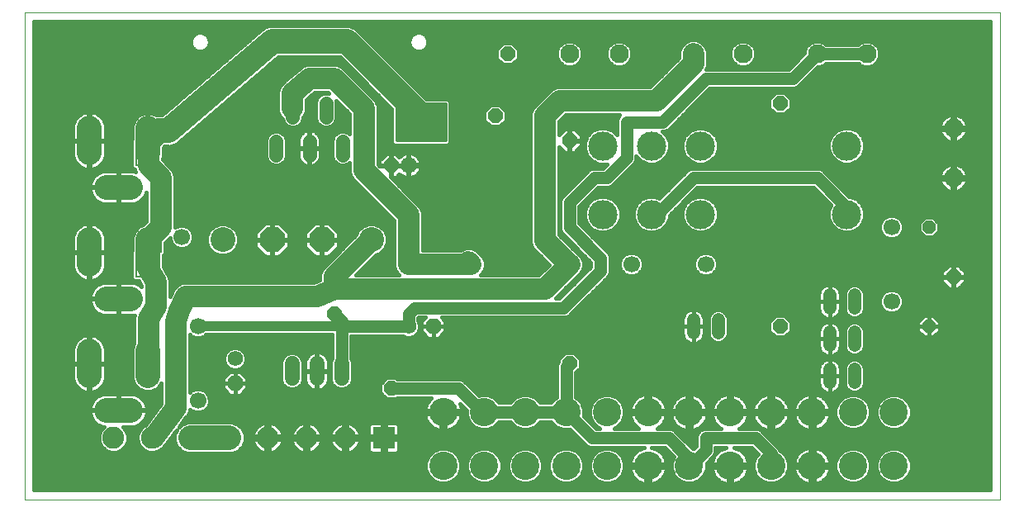
<source format=gbl>
G75*
G70*
%OFA0B0*%
%FSLAX24Y24*%
%IPPOS*%
%LPD*%
%AMOC8*
5,1,8,0,0,1.08239X$1,22.5*
%
%ADD10C,0.0000*%
%ADD11OC8,0.0620*%
%ADD12C,0.0620*%
%ADD13R,0.0886X0.0886*%
%ADD14C,0.0886*%
%ADD15C,0.1142*%
%ADD16OC8,0.0600*%
%ADD17C,0.0520*%
%ADD18C,0.0669*%
%ADD19OC8,0.0520*%
%ADD20C,0.1181*%
%ADD21C,0.0600*%
%ADD22C,0.0554*%
%ADD23C,0.0860*%
%ADD24C,0.0768*%
%ADD25C,0.0984*%
%ADD26C,0.1000*%
%ADD27OC8,0.1000*%
%ADD28C,0.0660*%
%ADD29C,0.0400*%
%ADD30C,0.0500*%
%ADD31C,0.0160*%
%ADD32C,0.1660*%
%ADD33C,0.0591*%
%ADD34C,0.0860*%
%ADD35C,0.0060*%
%ADD36C,0.1000*%
%ADD37C,0.0100*%
%ADD38C,0.0356*%
D10*
X000576Y008842D02*
X000576Y028527D01*
X039946Y028527D01*
X039946Y008842D01*
X000576Y008842D01*
X003978Y012255D02*
X004765Y012255D01*
X004791Y012257D01*
X004816Y012262D01*
X004840Y012270D01*
X004863Y012281D01*
X004885Y012296D01*
X004904Y012313D01*
X004921Y012332D01*
X004936Y012353D01*
X004947Y012377D01*
X004955Y012401D01*
X004960Y012426D01*
X004962Y012452D01*
X004960Y012478D01*
X004955Y012503D01*
X004947Y012527D01*
X004936Y012550D01*
X004921Y012572D01*
X004904Y012591D01*
X004885Y012608D01*
X004864Y012623D01*
X004840Y012634D01*
X004816Y012642D01*
X004791Y012647D01*
X004765Y012649D01*
X003978Y012649D01*
X003952Y012647D01*
X003927Y012642D01*
X003903Y012634D01*
X003879Y012623D01*
X003858Y012608D01*
X003839Y012591D01*
X003822Y012572D01*
X003807Y012551D01*
X003796Y012527D01*
X003788Y012503D01*
X003783Y012478D01*
X003781Y012452D01*
X003783Y012426D01*
X003788Y012401D01*
X003796Y012377D01*
X003807Y012354D01*
X003822Y012332D01*
X003839Y012313D01*
X003858Y012296D01*
X003879Y012281D01*
X003903Y012270D01*
X003927Y012262D01*
X003952Y012257D01*
X003978Y012255D01*
X005356Y013850D02*
X005356Y014834D01*
X005553Y015031D02*
X005579Y015029D01*
X005604Y015024D01*
X005628Y015016D01*
X005652Y015005D01*
X005673Y014990D01*
X005692Y014973D01*
X005709Y014954D01*
X005724Y014932D01*
X005735Y014909D01*
X005743Y014885D01*
X005748Y014860D01*
X005750Y014834D01*
X005750Y013850D01*
X005748Y013824D01*
X005743Y013799D01*
X005735Y013775D01*
X005724Y013751D01*
X005709Y013730D01*
X005692Y013711D01*
X005673Y013694D01*
X005651Y013679D01*
X005628Y013668D01*
X005604Y013660D01*
X005579Y013655D01*
X005553Y013653D01*
X005527Y013655D01*
X005502Y013660D01*
X005478Y013668D01*
X005454Y013679D01*
X005433Y013694D01*
X005414Y013711D01*
X005397Y013730D01*
X005382Y013752D01*
X005371Y013775D01*
X005363Y013799D01*
X005358Y013824D01*
X005356Y013850D01*
X005356Y014834D02*
X005358Y014860D01*
X005363Y014885D01*
X005371Y014909D01*
X005382Y014933D01*
X005397Y014954D01*
X005414Y014973D01*
X005433Y014990D01*
X005454Y015005D01*
X005478Y015016D01*
X005502Y015024D01*
X005527Y015029D01*
X005553Y015031D01*
X004765Y016755D02*
X003978Y016755D01*
X003781Y016952D02*
X003783Y016978D01*
X003788Y017003D01*
X003796Y017027D01*
X003807Y017051D01*
X003822Y017072D01*
X003839Y017091D01*
X003858Y017108D01*
X003879Y017123D01*
X003903Y017134D01*
X003927Y017142D01*
X003952Y017147D01*
X003978Y017149D01*
X004765Y017149D01*
X004962Y016952D02*
X004960Y016926D01*
X004955Y016901D01*
X004947Y016877D01*
X004936Y016853D01*
X004921Y016832D01*
X004904Y016813D01*
X004885Y016796D01*
X004863Y016781D01*
X004840Y016770D01*
X004816Y016762D01*
X004791Y016757D01*
X004765Y016755D01*
X004962Y016952D02*
X004960Y016978D01*
X004955Y017003D01*
X004947Y017027D01*
X004936Y017050D01*
X004921Y017072D01*
X004904Y017091D01*
X004885Y017108D01*
X004864Y017123D01*
X004840Y017134D01*
X004816Y017142D01*
X004791Y017147D01*
X004765Y017149D01*
X003978Y016755D02*
X003952Y016757D01*
X003927Y016762D01*
X003903Y016770D01*
X003879Y016781D01*
X003858Y016796D01*
X003839Y016813D01*
X003822Y016832D01*
X003807Y016854D01*
X003796Y016877D01*
X003788Y016901D01*
X003783Y016926D01*
X003781Y016952D01*
X003387Y018448D02*
X003387Y019236D01*
X003388Y019236D02*
X003386Y019262D01*
X003381Y019287D01*
X003373Y019311D01*
X003362Y019334D01*
X003347Y019356D01*
X003330Y019375D01*
X003311Y019392D01*
X003290Y019407D01*
X003266Y019418D01*
X003242Y019426D01*
X003217Y019431D01*
X003191Y019433D01*
X003165Y019431D01*
X003140Y019426D01*
X003116Y019418D01*
X003092Y019407D01*
X003071Y019392D01*
X003052Y019375D01*
X003035Y019356D01*
X003020Y019335D01*
X003009Y019311D01*
X003001Y019287D01*
X002996Y019262D01*
X002994Y019236D01*
X002994Y018448D01*
X003191Y018251D02*
X003217Y018253D01*
X003242Y018258D01*
X003266Y018266D01*
X003289Y018277D01*
X003311Y018292D01*
X003330Y018309D01*
X003347Y018328D01*
X003362Y018349D01*
X003373Y018373D01*
X003381Y018397D01*
X003386Y018422D01*
X003388Y018448D01*
X003191Y018251D02*
X003165Y018253D01*
X003140Y018258D01*
X003116Y018266D01*
X003092Y018277D01*
X003071Y018292D01*
X003052Y018309D01*
X003035Y018328D01*
X003020Y018350D01*
X003009Y018373D01*
X003001Y018397D01*
X002996Y018422D01*
X002994Y018448D01*
X005356Y018350D02*
X005356Y019334D01*
X005553Y019531D02*
X005579Y019529D01*
X005604Y019524D01*
X005628Y019516D01*
X005652Y019505D01*
X005673Y019490D01*
X005692Y019473D01*
X005709Y019454D01*
X005724Y019432D01*
X005735Y019409D01*
X005743Y019385D01*
X005748Y019360D01*
X005750Y019334D01*
X005750Y018350D01*
X005748Y018324D01*
X005743Y018299D01*
X005735Y018275D01*
X005724Y018251D01*
X005709Y018230D01*
X005692Y018211D01*
X005673Y018194D01*
X005651Y018179D01*
X005628Y018168D01*
X005604Y018160D01*
X005579Y018155D01*
X005553Y018153D01*
X005527Y018155D01*
X005502Y018160D01*
X005478Y018168D01*
X005454Y018179D01*
X005433Y018194D01*
X005414Y018211D01*
X005397Y018230D01*
X005382Y018252D01*
X005371Y018275D01*
X005363Y018299D01*
X005358Y018324D01*
X005356Y018350D01*
X005356Y019334D02*
X005358Y019360D01*
X005363Y019385D01*
X005371Y019409D01*
X005382Y019433D01*
X005397Y019454D01*
X005414Y019473D01*
X005433Y019490D01*
X005454Y019505D01*
X005478Y019516D01*
X005502Y019524D01*
X005527Y019529D01*
X005553Y019531D01*
X004765Y021255D02*
X003978Y021255D01*
X003781Y021452D02*
X003783Y021478D01*
X003788Y021503D01*
X003796Y021527D01*
X003807Y021551D01*
X003822Y021572D01*
X003839Y021591D01*
X003858Y021608D01*
X003879Y021623D01*
X003903Y021634D01*
X003927Y021642D01*
X003952Y021647D01*
X003978Y021649D01*
X004765Y021649D01*
X004962Y021452D02*
X004960Y021426D01*
X004955Y021401D01*
X004947Y021377D01*
X004936Y021353D01*
X004921Y021332D01*
X004904Y021313D01*
X004885Y021296D01*
X004863Y021281D01*
X004840Y021270D01*
X004816Y021262D01*
X004791Y021257D01*
X004765Y021255D01*
X004962Y021452D02*
X004960Y021478D01*
X004955Y021503D01*
X004947Y021527D01*
X004936Y021550D01*
X004921Y021572D01*
X004904Y021591D01*
X004885Y021608D01*
X004864Y021623D01*
X004840Y021634D01*
X004816Y021642D01*
X004791Y021647D01*
X004765Y021649D01*
X003978Y021255D02*
X003952Y021257D01*
X003927Y021262D01*
X003903Y021270D01*
X003879Y021281D01*
X003858Y021296D01*
X003839Y021313D01*
X003822Y021332D01*
X003807Y021354D01*
X003796Y021377D01*
X003788Y021401D01*
X003783Y021426D01*
X003781Y021452D01*
X003387Y022948D02*
X003387Y023736D01*
X003388Y023736D02*
X003386Y023762D01*
X003381Y023787D01*
X003373Y023811D01*
X003362Y023834D01*
X003347Y023856D01*
X003330Y023875D01*
X003311Y023892D01*
X003290Y023907D01*
X003266Y023918D01*
X003242Y023926D01*
X003217Y023931D01*
X003191Y023933D01*
X003165Y023931D01*
X003140Y023926D01*
X003116Y023918D01*
X003092Y023907D01*
X003071Y023892D01*
X003052Y023875D01*
X003035Y023856D01*
X003020Y023835D01*
X003009Y023811D01*
X003001Y023787D01*
X002996Y023762D01*
X002994Y023736D01*
X002994Y022948D01*
X003191Y022751D02*
X003217Y022753D01*
X003242Y022758D01*
X003266Y022766D01*
X003289Y022777D01*
X003311Y022792D01*
X003330Y022809D01*
X003347Y022828D01*
X003362Y022849D01*
X003373Y022873D01*
X003381Y022897D01*
X003386Y022922D01*
X003388Y022948D01*
X003191Y022751D02*
X003165Y022753D01*
X003140Y022758D01*
X003116Y022766D01*
X003092Y022777D01*
X003071Y022792D01*
X003052Y022809D01*
X003035Y022828D01*
X003020Y022850D01*
X003009Y022873D01*
X003001Y022897D01*
X002996Y022922D01*
X002994Y022948D01*
X005356Y022850D02*
X005356Y023834D01*
X005553Y024031D02*
X005579Y024029D01*
X005604Y024024D01*
X005628Y024016D01*
X005652Y024005D01*
X005673Y023990D01*
X005692Y023973D01*
X005709Y023954D01*
X005724Y023932D01*
X005735Y023909D01*
X005743Y023885D01*
X005748Y023860D01*
X005750Y023834D01*
X005750Y022850D01*
X005748Y022824D01*
X005743Y022799D01*
X005735Y022775D01*
X005724Y022751D01*
X005709Y022730D01*
X005692Y022711D01*
X005673Y022694D01*
X005651Y022679D01*
X005628Y022668D01*
X005604Y022660D01*
X005579Y022655D01*
X005553Y022653D01*
X005527Y022655D01*
X005502Y022660D01*
X005478Y022668D01*
X005454Y022679D01*
X005433Y022694D01*
X005414Y022711D01*
X005397Y022730D01*
X005382Y022752D01*
X005371Y022775D01*
X005363Y022799D01*
X005358Y022824D01*
X005356Y022850D01*
X005356Y023834D02*
X005358Y023860D01*
X005363Y023885D01*
X005371Y023909D01*
X005382Y023933D01*
X005397Y023954D01*
X005414Y023973D01*
X005433Y023990D01*
X005454Y024005D01*
X005478Y024016D01*
X005502Y024024D01*
X005527Y024029D01*
X005553Y024031D01*
X007352Y027326D02*
X007354Y027361D01*
X007360Y027396D01*
X007370Y027430D01*
X007383Y027463D01*
X007400Y027494D01*
X007421Y027522D01*
X007444Y027549D01*
X007471Y027572D01*
X007499Y027593D01*
X007530Y027610D01*
X007563Y027623D01*
X007597Y027633D01*
X007632Y027639D01*
X007667Y027641D01*
X007702Y027639D01*
X007737Y027633D01*
X007771Y027623D01*
X007804Y027610D01*
X007835Y027593D01*
X007863Y027572D01*
X007890Y027549D01*
X007913Y027522D01*
X007934Y027494D01*
X007951Y027463D01*
X007964Y027430D01*
X007974Y027396D01*
X007980Y027361D01*
X007982Y027326D01*
X007980Y027291D01*
X007974Y027256D01*
X007964Y027222D01*
X007951Y027189D01*
X007934Y027158D01*
X007913Y027130D01*
X007890Y027103D01*
X007863Y027080D01*
X007835Y027059D01*
X007804Y027042D01*
X007771Y027029D01*
X007737Y027019D01*
X007702Y027013D01*
X007667Y027011D01*
X007632Y027013D01*
X007597Y027019D01*
X007563Y027029D01*
X007530Y027042D01*
X007499Y027059D01*
X007471Y027080D01*
X007444Y027103D01*
X007421Y027130D01*
X007400Y027158D01*
X007383Y027189D01*
X007370Y027222D01*
X007360Y027256D01*
X007354Y027291D01*
X007352Y027326D01*
X016171Y027326D02*
X016173Y027361D01*
X016179Y027396D01*
X016189Y027430D01*
X016202Y027463D01*
X016219Y027494D01*
X016240Y027522D01*
X016263Y027549D01*
X016290Y027572D01*
X016318Y027593D01*
X016349Y027610D01*
X016382Y027623D01*
X016416Y027633D01*
X016451Y027639D01*
X016486Y027641D01*
X016521Y027639D01*
X016556Y027633D01*
X016590Y027623D01*
X016623Y027610D01*
X016654Y027593D01*
X016682Y027572D01*
X016709Y027549D01*
X016732Y027522D01*
X016753Y027494D01*
X016770Y027463D01*
X016783Y027430D01*
X016793Y027396D01*
X016799Y027361D01*
X016801Y027326D01*
X016799Y027291D01*
X016793Y027256D01*
X016783Y027222D01*
X016770Y027189D01*
X016753Y027158D01*
X016732Y027130D01*
X016709Y027103D01*
X016682Y027080D01*
X016654Y027059D01*
X016623Y027042D01*
X016590Y027029D01*
X016556Y027019D01*
X016521Y027013D01*
X016486Y027011D01*
X016451Y027013D01*
X016416Y027019D01*
X016382Y027029D01*
X016349Y027042D01*
X016318Y027059D01*
X016290Y027080D01*
X016263Y027103D01*
X016240Y027130D01*
X016219Y027158D01*
X016202Y027189D01*
X016189Y027222D01*
X016179Y027256D01*
X016173Y027291D01*
X016171Y027326D01*
X003387Y014736D02*
X003387Y013948D01*
X003388Y013948D02*
X003386Y013922D01*
X003381Y013897D01*
X003373Y013873D01*
X003362Y013849D01*
X003347Y013828D01*
X003330Y013809D01*
X003311Y013792D01*
X003289Y013777D01*
X003266Y013766D01*
X003242Y013758D01*
X003217Y013753D01*
X003191Y013751D01*
X003165Y013753D01*
X003140Y013758D01*
X003116Y013766D01*
X003092Y013777D01*
X003071Y013792D01*
X003052Y013809D01*
X003035Y013828D01*
X003020Y013850D01*
X003009Y013873D01*
X003001Y013897D01*
X002996Y013922D01*
X002994Y013948D01*
X002994Y014736D01*
X003191Y014933D02*
X003217Y014931D01*
X003242Y014926D01*
X003266Y014918D01*
X003290Y014907D01*
X003311Y014892D01*
X003330Y014875D01*
X003347Y014856D01*
X003362Y014834D01*
X003373Y014811D01*
X003381Y014787D01*
X003386Y014762D01*
X003388Y014736D01*
X003191Y014933D02*
X003165Y014931D01*
X003140Y014926D01*
X003116Y014918D01*
X003092Y014907D01*
X003071Y014892D01*
X003052Y014875D01*
X003035Y014856D01*
X003020Y014835D01*
X003009Y014811D01*
X003001Y014787D01*
X002996Y014762D01*
X002994Y014736D01*
D11*
X009076Y013542D03*
X017076Y015842D03*
D12*
X016076Y015842D03*
X009076Y014542D03*
D13*
X015076Y011342D03*
D14*
X013517Y011342D03*
X011958Y011342D03*
X010399Y011342D03*
X008840Y011342D03*
X007281Y011342D03*
X005722Y011342D03*
X004163Y011342D03*
D15*
X017482Y012381D03*
X019135Y012381D03*
X020789Y012381D03*
X022443Y012381D03*
X024096Y012381D03*
X025750Y012381D03*
X027403Y012381D03*
X029057Y012381D03*
X030710Y012381D03*
X032364Y012381D03*
X034017Y012381D03*
X035671Y012381D03*
X035671Y010216D03*
X034017Y010216D03*
X032364Y010216D03*
X030710Y010216D03*
X029057Y010216D03*
X027403Y010216D03*
X025750Y010216D03*
X024096Y010216D03*
X022443Y010216D03*
X020789Y010216D03*
X019135Y010216D03*
X017482Y010216D03*
D16*
X015376Y013342D03*
X013076Y016342D03*
X017076Y017342D03*
X022576Y014342D03*
X031076Y015842D03*
X038076Y017842D03*
X031076Y024842D03*
X022576Y023342D03*
X019576Y024342D03*
X020076Y026842D03*
X015376Y022342D03*
D17*
X027576Y016102D02*
X027576Y015582D01*
X028576Y015582D02*
X028576Y016102D01*
X033076Y016582D02*
X033076Y017102D01*
X034076Y017102D02*
X034076Y016582D01*
X034076Y015602D02*
X034076Y015082D01*
X033076Y015082D02*
X033076Y015602D01*
X033076Y014102D02*
X033076Y013582D01*
X034076Y013582D02*
X034076Y014102D01*
D18*
X035576Y016842D03*
X035576Y019842D03*
X028076Y018342D03*
X025076Y018342D03*
X007576Y015842D03*
X006926Y016442D03*
X006926Y019442D03*
X007576Y012842D03*
D19*
X037076Y015842D03*
X037076Y019842D03*
D20*
X033761Y020366D03*
X033761Y023121D03*
X027856Y023121D03*
X025887Y023121D03*
X023919Y023121D03*
X023919Y020366D03*
X025887Y020366D03*
X027856Y020366D03*
D21*
X013376Y014342D02*
X013376Y013742D01*
X012376Y013742D02*
X012376Y014342D01*
X011376Y014342D02*
X011376Y013742D01*
D22*
X010738Y022758D02*
X010738Y023312D01*
X011407Y024293D02*
X011407Y024847D01*
X012746Y024847D02*
X012746Y024293D01*
X013415Y023312D02*
X013415Y022758D01*
X012076Y022758D02*
X012076Y023312D01*
D23*
X018608Y018342D03*
X022545Y018342D03*
D24*
X022576Y026842D03*
X024576Y026842D03*
X027576Y026842D03*
X029576Y026842D03*
X032576Y026842D03*
X034576Y026842D03*
X038076Y023842D03*
X038076Y021842D03*
D25*
X005553Y022850D02*
X005553Y023834D01*
X003191Y023834D02*
X003191Y022850D01*
X003880Y021452D02*
X004864Y021452D01*
X005553Y019334D02*
X005553Y018350D01*
X004864Y016952D02*
X003880Y016952D01*
X003191Y018350D02*
X003191Y019334D01*
X003191Y014834D02*
X003191Y013850D01*
X003880Y012452D02*
X004864Y012452D01*
X005553Y013850D02*
X005553Y014834D01*
D26*
X008576Y019342D03*
X014576Y019342D03*
D27*
X012576Y019342D03*
X010576Y019342D03*
D28*
X016076Y018342D03*
X016076Y022342D03*
D29*
X013376Y015842D02*
X007576Y015842D01*
X013376Y014142D02*
X013376Y014042D01*
D30*
X013376Y014142D02*
X013376Y015842D01*
X016076Y015842D01*
X016076Y016342D01*
X016326Y016592D01*
X022326Y016592D01*
X023826Y018092D01*
X023826Y018592D01*
X022576Y019842D01*
X022576Y020842D01*
X023576Y021842D01*
X024076Y021842D01*
X024876Y022642D01*
X024876Y024092D01*
X026326Y024092D01*
X028076Y025842D01*
X031576Y025842D01*
X032576Y026842D01*
X034576Y026842D01*
X032576Y021842D02*
X027576Y021842D01*
X026076Y020342D01*
X025576Y020342D01*
X022576Y018342D02*
X021576Y019342D01*
X021576Y019310D01*
X022576Y014342D02*
X022443Y014208D01*
X022443Y012381D01*
X020789Y012381D01*
X019135Y012381D01*
X019076Y012342D02*
X018076Y013342D01*
X015376Y013342D01*
X013376Y015842D02*
X013376Y016042D01*
X013076Y016342D01*
X022443Y012381D02*
X023482Y011342D01*
X026576Y011342D01*
X027403Y010515D01*
X027403Y010216D01*
X027450Y010216D01*
X028076Y010842D01*
X028076Y011342D01*
X030076Y011342D01*
X030710Y010708D01*
X030710Y010216D01*
X033761Y020366D02*
X033761Y020657D01*
X032576Y021842D01*
X011407Y024570D02*
X011376Y024640D01*
D31*
X010990Y024220D02*
X010893Y024317D01*
X010806Y024526D01*
X010806Y025151D01*
X010799Y025173D01*
X010806Y025264D01*
X010806Y025355D01*
X010815Y025376D01*
X010817Y025399D01*
X010858Y025480D01*
X010893Y025565D01*
X010909Y025581D01*
X010919Y025601D01*
X010989Y025660D01*
X011053Y025725D01*
X011074Y025734D01*
X011689Y026260D01*
X011753Y026325D01*
X011774Y026334D01*
X011792Y026349D01*
X011878Y026377D01*
X011963Y026412D01*
X011986Y026412D01*
X012007Y026419D01*
X012098Y026412D01*
X013190Y026412D01*
X013399Y026325D01*
X013560Y026165D01*
X014760Y024965D01*
X014846Y024755D01*
X014846Y022378D01*
X014902Y022322D01*
X015356Y022322D01*
X015356Y022362D01*
X014896Y022362D01*
X014896Y022541D01*
X015178Y022822D01*
X015356Y022822D01*
X015356Y022362D01*
X015396Y022362D01*
X015396Y022822D01*
X015575Y022822D01*
X015705Y022692D01*
X015744Y022731D01*
X015809Y022778D01*
X015881Y022815D01*
X015957Y022839D01*
X016036Y022852D01*
X016046Y022852D01*
X016046Y022372D01*
X016046Y022312D01*
X015856Y022312D01*
X015856Y022322D01*
X015396Y022322D01*
X015396Y021862D01*
X015575Y021862D01*
X015705Y021992D01*
X015744Y021953D01*
X015809Y021906D01*
X015881Y021869D01*
X015957Y021845D01*
X016036Y021832D01*
X016046Y021832D01*
X016046Y022312D01*
X016106Y022312D01*
X016106Y021832D01*
X016117Y021832D01*
X016196Y021845D01*
X016272Y021869D01*
X016344Y021906D01*
X016409Y021953D01*
X016465Y022010D01*
X016513Y022075D01*
X016549Y022146D01*
X016574Y022223D01*
X016586Y022302D01*
X016586Y022312D01*
X016106Y022312D01*
X016106Y022372D01*
X016046Y022372D01*
X015856Y022372D01*
X015856Y022362D01*
X015396Y022362D01*
X015396Y022322D01*
X015356Y022322D01*
X015356Y021868D01*
X016560Y020665D01*
X016646Y020455D01*
X016646Y018912D01*
X018172Y018912D01*
X018185Y018925D01*
X018394Y019012D01*
X018621Y019012D01*
X018831Y018925D01*
X018931Y018825D01*
X019091Y018665D01*
X019178Y018455D01*
X019178Y018229D01*
X019091Y018019D01*
X018984Y017912D01*
X021340Y017912D01*
X021755Y018326D01*
X021093Y018988D01*
X021006Y019197D01*
X021006Y024455D01*
X021093Y024665D01*
X021253Y024825D01*
X021853Y025425D01*
X022063Y025512D01*
X025840Y025512D01*
X027006Y026678D01*
X027006Y026955D01*
X027093Y027165D01*
X027253Y027325D01*
X027463Y027412D01*
X027690Y027412D01*
X027899Y027325D01*
X028060Y027165D01*
X028146Y026955D01*
X028146Y026329D01*
X028106Y026232D01*
X031415Y026232D01*
X032053Y026870D01*
X032053Y026946D01*
X032132Y027139D01*
X032280Y027286D01*
X032472Y027366D01*
X032681Y027366D01*
X032873Y027286D01*
X032927Y027232D01*
X034226Y027232D01*
X034280Y027286D01*
X034472Y027366D01*
X034681Y027366D01*
X034873Y027286D01*
X035020Y027139D01*
X035100Y026946D01*
X035100Y026738D01*
X035020Y026545D01*
X034873Y026398D01*
X034681Y026318D01*
X034472Y026318D01*
X034280Y026398D01*
X034226Y026452D01*
X032927Y026452D01*
X032873Y026398D01*
X032681Y026318D01*
X032604Y026318D01*
X031797Y025511D01*
X031654Y025452D01*
X028238Y025452D01*
X026547Y023761D01*
X026404Y023702D01*
X026340Y023702D01*
X026507Y023535D01*
X026618Y023267D01*
X026618Y022976D01*
X026507Y022708D01*
X026301Y022502D01*
X026033Y022391D01*
X025742Y022391D01*
X025474Y022502D01*
X025268Y022708D01*
X025266Y022712D01*
X025266Y022564D01*
X025207Y022421D01*
X025097Y022311D01*
X024297Y021511D01*
X024154Y021452D01*
X023738Y021452D01*
X022966Y020680D01*
X022966Y020004D01*
X024157Y018813D01*
X024216Y018670D01*
X024216Y018014D01*
X024157Y017871D01*
X024047Y017761D01*
X024047Y017761D01*
X022657Y016371D01*
X022657Y016371D01*
X022547Y016261D01*
X022404Y016202D01*
X017409Y016202D01*
X017566Y016045D01*
X017566Y015842D01*
X017076Y015842D01*
X017076Y015842D01*
X016586Y015842D01*
X016586Y016045D01*
X016743Y016202D01*
X016488Y016202D01*
X016466Y016180D01*
X016466Y016076D01*
X016526Y015931D01*
X016526Y015752D01*
X016458Y015587D01*
X016331Y015460D01*
X016166Y015392D01*
X015987Y015392D01*
X015842Y015452D01*
X013766Y015452D01*
X013766Y014550D01*
X013816Y014429D01*
X013816Y013654D01*
X013749Y013493D01*
X013626Y013369D01*
X013464Y013302D01*
X013289Y013302D01*
X013127Y013369D01*
X013003Y013493D01*
X012936Y013654D01*
X012936Y014429D01*
X012986Y014550D01*
X012986Y015502D01*
X007908Y015502D01*
X007845Y015440D01*
X007671Y015367D01*
X007482Y015367D01*
X007308Y015440D01*
X007246Y015501D01*
X007246Y013183D01*
X007308Y013244D01*
X007482Y013317D01*
X007671Y013317D01*
X007845Y013244D01*
X007979Y013111D01*
X008051Y012936D01*
X008051Y012748D01*
X007979Y012573D01*
X007845Y012440D01*
X007671Y012367D01*
X007482Y012367D01*
X007308Y012440D01*
X007253Y012494D01*
X007246Y012470D01*
X007246Y012429D01*
X007218Y012361D01*
X007200Y012291D01*
X007175Y012257D01*
X007160Y012219D01*
X007108Y012168D01*
X006827Y011793D01*
X006919Y011885D01*
X007154Y011982D01*
X008967Y011982D01*
X009203Y011885D01*
X009383Y011704D01*
X009480Y011469D01*
X009480Y011215D01*
X009383Y010979D01*
X009203Y010799D01*
X008967Y010702D01*
X007154Y010702D01*
X006919Y010799D01*
X006739Y010979D01*
X006641Y011215D01*
X006641Y011469D01*
X006711Y011638D01*
X006164Y010909D01*
X005969Y010794D01*
X005897Y010783D01*
X005838Y010759D01*
X005606Y010759D01*
X005392Y010848D01*
X005228Y011012D01*
X005139Y011226D01*
X005139Y011458D01*
X005228Y011672D01*
X005392Y011836D01*
X005454Y011862D01*
X006106Y012732D01*
X006106Y013535D01*
X006089Y013492D01*
X005911Y013314D01*
X005678Y013218D01*
X005427Y013218D01*
X005195Y013314D01*
X005017Y013492D01*
X004921Y013724D01*
X004921Y014960D01*
X005006Y015167D01*
X005006Y016072D01*
X004996Y016114D01*
X005006Y016184D01*
X005006Y016255D01*
X005023Y016295D01*
X005023Y016299D01*
X004995Y016292D01*
X004908Y016280D01*
X004390Y016280D01*
X004390Y016934D01*
X004353Y016934D01*
X003207Y016934D01*
X003207Y016908D01*
X003219Y016821D01*
X003242Y016736D01*
X003275Y016654D01*
X003319Y016578D01*
X003373Y016508D01*
X003435Y016446D01*
X003505Y016392D01*
X003582Y016348D01*
X003663Y016314D01*
X003748Y016292D01*
X003835Y016280D01*
X004353Y016280D01*
X004353Y016934D01*
X004353Y016971D01*
X004353Y017624D01*
X003835Y017624D01*
X003748Y017613D01*
X003663Y017590D01*
X003582Y017556D01*
X003505Y017512D01*
X003435Y017459D01*
X003373Y017396D01*
X003319Y017326D01*
X003275Y017250D01*
X003242Y017169D01*
X003219Y017084D01*
X000970Y017084D01*
X000970Y017242D02*
X003272Y017242D01*
X003219Y017084D02*
X003207Y016996D01*
X003207Y016971D01*
X004353Y016971D01*
X004390Y016971D01*
X004390Y017624D01*
X004908Y017624D01*
X004995Y017613D01*
X005080Y017590D01*
X005162Y017556D01*
X005238Y017512D01*
X005306Y017460D01*
X005306Y017484D01*
X005194Y017672D01*
X005006Y017672D01*
X004906Y017772D01*
X004906Y018912D01*
X004921Y018927D01*
X004921Y019460D01*
X005017Y019692D01*
X005195Y019870D01*
X005372Y019943D01*
X005503Y020075D01*
X005506Y020078D01*
X005506Y021254D01*
X005502Y021236D01*
X005468Y021154D01*
X005424Y021078D01*
X005370Y021008D01*
X005308Y020946D01*
X005238Y020892D01*
X005162Y020848D01*
X005080Y020814D01*
X004995Y020792D01*
X004908Y020780D01*
X004390Y020780D01*
X004390Y021434D01*
X004353Y021434D01*
X003207Y021434D01*
X003207Y021408D01*
X003219Y021321D01*
X003242Y021236D01*
X003275Y021154D01*
X003319Y021078D01*
X003373Y021008D01*
X003435Y020946D01*
X003505Y020892D01*
X003582Y020848D01*
X003663Y020814D01*
X003748Y020792D01*
X003835Y020780D01*
X004353Y020780D01*
X004353Y021434D01*
X004353Y021471D01*
X004353Y022124D01*
X003835Y022124D01*
X003748Y022113D01*
X003663Y022090D01*
X003582Y022056D01*
X003505Y022012D01*
X003435Y021959D01*
X003373Y021896D01*
X003319Y021826D01*
X003275Y021750D01*
X003242Y021669D01*
X003219Y021584D01*
X003207Y021496D01*
X003207Y021471D01*
X004353Y021471D01*
X004390Y021471D01*
X004390Y022124D01*
X004908Y022124D01*
X004995Y022113D01*
X005062Y022095D01*
X005030Y022172D01*
X005006Y022172D01*
X004906Y022272D01*
X004906Y023412D01*
X004921Y023427D01*
X004921Y023960D01*
X005017Y024192D01*
X005195Y024370D01*
X005427Y024466D01*
X005678Y024466D01*
X005882Y024382D01*
X006140Y024382D01*
X010141Y027812D01*
X010214Y027885D01*
X010237Y027894D01*
X010257Y027911D01*
X010354Y027943D01*
X010449Y027982D01*
X010474Y027982D01*
X010499Y027990D01*
X010601Y027982D01*
X013704Y027982D01*
X013939Y027885D01*
X016791Y025032D01*
X017655Y025032D01*
X017766Y024921D01*
X017766Y023263D01*
X017655Y023152D01*
X015498Y023152D01*
X015386Y023263D01*
X015386Y024627D01*
X013311Y026702D01*
X010813Y026702D01*
X006812Y023272D01*
X006739Y023199D01*
X006715Y023190D01*
X006696Y023173D01*
X006599Y023141D01*
X006504Y023102D01*
X006478Y023102D01*
X006454Y023094D01*
X006352Y023102D01*
X006241Y023102D01*
X006185Y023045D01*
X006185Y022724D01*
X006146Y022631D01*
X006146Y022578D01*
X006399Y022325D01*
X006560Y022165D01*
X006646Y021955D01*
X006646Y019833D01*
X006658Y019844D01*
X006832Y019917D01*
X007021Y019917D01*
X007195Y019844D01*
X007329Y019711D01*
X007401Y019536D01*
X007401Y019348D01*
X007329Y019173D01*
X007195Y019040D01*
X007021Y018967D01*
X006832Y018967D01*
X006658Y019040D01*
X006524Y019173D01*
X006452Y019348D01*
X006452Y019411D01*
X006310Y019269D01*
X006246Y019206D01*
X006246Y018772D01*
X006185Y018710D01*
X006185Y018236D01*
X006329Y017995D01*
X006360Y017965D01*
X006387Y017899D01*
X006423Y017838D01*
X006430Y017795D01*
X006446Y017755D01*
X006446Y017684D01*
X006457Y017614D01*
X006446Y017572D01*
X006446Y017033D01*
X006553Y017269D01*
X006593Y017365D01*
X006600Y017372D01*
X006604Y017381D01*
X006680Y017452D01*
X006753Y017525D01*
X006763Y017529D01*
X006770Y017536D01*
X006867Y017572D01*
X006963Y017612D01*
X006973Y017612D01*
X006982Y017615D01*
X007086Y017612D01*
X012259Y017612D01*
X012506Y017718D01*
X006446Y017718D01*
X006446Y017559D02*
X006833Y017559D01*
X006626Y017401D02*
X006446Y017401D01*
X006446Y017242D02*
X006541Y017242D01*
X006469Y017084D02*
X006446Y017084D01*
X006400Y017876D02*
X012506Y017876D01*
X012506Y017955D02*
X012506Y017718D01*
X012506Y017955D02*
X012593Y018165D01*
X013964Y019536D01*
X014034Y019704D01*
X014214Y019885D01*
X014449Y019982D01*
X014704Y019982D01*
X014939Y019885D01*
X015119Y019704D01*
X015216Y019469D01*
X015216Y019215D01*
X015119Y018979D01*
X014939Y018799D01*
X014770Y018729D01*
X013952Y017912D01*
X015700Y017912D01*
X015593Y018019D01*
X015506Y018229D01*
X015506Y020106D01*
X013953Y021659D01*
X013793Y021819D01*
X013706Y022029D01*
X013706Y022459D01*
X013651Y022404D01*
X013498Y022341D01*
X013332Y022341D01*
X013179Y022404D01*
X013061Y022521D01*
X012998Y022675D01*
X012998Y023395D01*
X013061Y023548D01*
X013179Y023666D01*
X013332Y023729D01*
X013498Y023729D01*
X013651Y023666D01*
X013706Y023611D01*
X013706Y024406D01*
X013149Y024963D01*
X013163Y024930D01*
X013163Y024210D01*
X013099Y024057D01*
X012982Y023939D01*
X012829Y023876D01*
X012663Y023876D01*
X012509Y023939D01*
X012392Y024057D01*
X012329Y024210D01*
X012329Y024930D01*
X012392Y025084D01*
X012509Y025201D01*
X012663Y025265D01*
X012829Y025265D01*
X012861Y025251D01*
X012840Y025272D01*
X012287Y025272D01*
X011946Y024980D01*
X011946Y024526D01*
X011860Y024317D01*
X011824Y024281D01*
X011824Y024210D01*
X011761Y024057D01*
X011643Y023939D01*
X011490Y023876D01*
X011324Y023876D01*
X011171Y023939D01*
X011053Y024057D01*
X010990Y024210D01*
X010990Y024220D01*
X010990Y024216D02*
X007913Y024216D01*
X007728Y024058D02*
X011053Y024058D01*
X011267Y023899D02*
X007544Y023899D01*
X007359Y023741D02*
X011917Y023741D01*
X011901Y023736D02*
X011837Y023703D01*
X011779Y023661D01*
X011728Y023610D01*
X011685Y023552D01*
X011653Y023488D01*
X011630Y023419D01*
X011619Y023348D01*
X011619Y023043D01*
X012068Y023043D01*
X012068Y023026D01*
X012085Y023026D01*
X012085Y022301D01*
X012112Y022301D01*
X012183Y022312D01*
X012252Y022334D01*
X012316Y022367D01*
X012374Y022409D01*
X012425Y022460D01*
X012467Y022518D01*
X012500Y022582D01*
X012522Y022651D01*
X012534Y022722D01*
X012534Y023026D01*
X012085Y023026D01*
X012085Y023043D01*
X012534Y023043D01*
X012534Y023348D01*
X012522Y023419D01*
X012500Y023488D01*
X012467Y023552D01*
X012425Y023610D01*
X012374Y023661D01*
X012316Y023703D01*
X012252Y023736D01*
X012183Y023758D01*
X012112Y023769D01*
X012085Y023769D01*
X012085Y023043D01*
X012068Y023043D01*
X012068Y023769D01*
X012040Y023769D01*
X011969Y023758D01*
X011901Y023736D01*
X012068Y023741D02*
X012085Y023741D01*
X012236Y023741D02*
X013706Y023741D01*
X013706Y023899D02*
X012885Y023899D01*
X013100Y024058D02*
X013706Y024058D01*
X013706Y024216D02*
X013163Y024216D01*
X013163Y024375D02*
X013706Y024375D01*
X013579Y024533D02*
X013163Y024533D01*
X013163Y024692D02*
X013420Y024692D01*
X013262Y024850D02*
X013163Y024850D01*
X012476Y025167D02*
X012165Y025167D01*
X011980Y025009D02*
X012361Y025009D01*
X012329Y024850D02*
X011946Y024850D01*
X011946Y024692D02*
X012329Y024692D01*
X012329Y024533D02*
X011946Y024533D01*
X011884Y024375D02*
X012329Y024375D01*
X012329Y024216D02*
X011824Y024216D01*
X011761Y024058D02*
X012392Y024058D01*
X012606Y023899D02*
X011547Y023899D01*
X011708Y023582D02*
X011057Y023582D01*
X011091Y023548D02*
X010974Y023666D01*
X010821Y023729D01*
X010655Y023729D01*
X010501Y023666D01*
X010384Y023548D01*
X010321Y023395D01*
X010321Y022675D01*
X010384Y022521D01*
X010501Y022404D01*
X010655Y022341D01*
X010821Y022341D01*
X010974Y022404D01*
X011091Y022521D01*
X011155Y022675D01*
X011155Y023395D01*
X011091Y023548D01*
X011143Y023424D02*
X011632Y023424D01*
X011619Y023265D02*
X011155Y023265D01*
X011155Y023107D02*
X011619Y023107D01*
X011619Y023026D02*
X011619Y022722D01*
X011630Y022651D01*
X011653Y022582D01*
X011685Y022518D01*
X011728Y022460D01*
X011779Y022409D01*
X011837Y022367D01*
X011901Y022334D01*
X011969Y022312D01*
X012040Y022301D01*
X012068Y022301D01*
X012068Y023026D01*
X011619Y023026D01*
X011619Y022948D02*
X011155Y022948D01*
X011155Y022790D02*
X011619Y022790D01*
X011637Y022631D02*
X011137Y022631D01*
X011043Y022473D02*
X011718Y022473D01*
X011961Y022314D02*
X006410Y022314D01*
X006563Y022156D02*
X013706Y022156D01*
X013706Y022314D02*
X012192Y022314D01*
X012085Y022314D02*
X012068Y022314D01*
X012068Y022473D02*
X012085Y022473D01*
X012068Y022631D02*
X012085Y022631D01*
X012068Y022790D02*
X012085Y022790D01*
X012068Y022948D02*
X012085Y022948D01*
X012068Y023107D02*
X012085Y023107D01*
X012068Y023265D02*
X012085Y023265D01*
X012068Y023424D02*
X012085Y023424D01*
X012068Y023582D02*
X012085Y023582D01*
X012445Y023582D02*
X013095Y023582D01*
X013010Y023424D02*
X012521Y023424D01*
X012534Y023265D02*
X012998Y023265D01*
X012998Y023107D02*
X012534Y023107D01*
X012534Y022948D02*
X012998Y022948D01*
X012998Y022790D02*
X012534Y022790D01*
X012516Y022631D02*
X013016Y022631D01*
X013110Y022473D02*
X012435Y022473D01*
X013719Y021997D02*
X006629Y021997D01*
X006646Y021839D02*
X013785Y021839D01*
X013932Y021680D02*
X006646Y021680D01*
X006646Y021522D02*
X014090Y021522D01*
X014249Y021363D02*
X006646Y021363D01*
X006646Y021205D02*
X014407Y021205D01*
X014566Y021046D02*
X006646Y021046D01*
X006646Y020888D02*
X014724Y020888D01*
X014883Y020729D02*
X006646Y020729D01*
X006646Y020571D02*
X015041Y020571D01*
X015200Y020412D02*
X006646Y020412D01*
X006646Y020254D02*
X015358Y020254D01*
X015506Y020095D02*
X006646Y020095D01*
X006646Y019937D02*
X008340Y019937D01*
X008449Y019982D02*
X008214Y019885D01*
X008034Y019704D01*
X007936Y019469D01*
X007936Y019215D01*
X008034Y018979D01*
X008214Y018799D01*
X008449Y018702D01*
X008704Y018702D01*
X008939Y018799D01*
X009119Y018979D01*
X009216Y019215D01*
X009216Y019469D01*
X009119Y019704D01*
X008939Y019885D01*
X008704Y019982D01*
X008449Y019982D01*
X008812Y019937D02*
X010210Y019937D01*
X010295Y020022D02*
X009896Y019624D01*
X009896Y019362D01*
X010556Y019362D01*
X010556Y019322D01*
X009896Y019322D01*
X009896Y019060D01*
X010295Y018662D01*
X010556Y018662D01*
X010556Y019322D01*
X010596Y019322D01*
X010596Y018662D01*
X010858Y018662D01*
X011256Y019060D01*
X011256Y019322D01*
X010596Y019322D01*
X010596Y019362D01*
X010556Y019362D01*
X010556Y020022D01*
X010295Y020022D01*
X010556Y019937D02*
X010596Y019937D01*
X010596Y020022D02*
X010858Y020022D01*
X011256Y019624D01*
X011256Y019362D01*
X010596Y019362D01*
X010596Y020022D01*
X010596Y019778D02*
X010556Y019778D01*
X010556Y019620D02*
X010596Y019620D01*
X010596Y019461D02*
X010556Y019461D01*
X010556Y019303D02*
X010596Y019303D01*
X010596Y019144D02*
X010556Y019144D01*
X010556Y018986D02*
X010596Y018986D01*
X010596Y018827D02*
X010556Y018827D01*
X010556Y018669D02*
X010596Y018669D01*
X010865Y018669D02*
X012288Y018669D01*
X012295Y018662D02*
X012556Y018662D01*
X012556Y019322D01*
X011896Y019322D01*
X011896Y019060D01*
X012295Y018662D01*
X012129Y018827D02*
X011024Y018827D01*
X011182Y018986D02*
X011971Y018986D01*
X011896Y019144D02*
X011256Y019144D01*
X011256Y019303D02*
X011896Y019303D01*
X011896Y019362D02*
X012556Y019362D01*
X012556Y019322D01*
X012596Y019322D01*
X012596Y018662D01*
X012858Y018662D01*
X013256Y019060D01*
X013256Y019322D01*
X012596Y019322D01*
X012596Y019362D01*
X012556Y019362D01*
X012556Y020022D01*
X012295Y020022D01*
X011896Y019624D01*
X011896Y019362D01*
X011896Y019461D02*
X011256Y019461D01*
X011256Y019620D02*
X011896Y019620D01*
X012051Y019778D02*
X011102Y019778D01*
X010943Y019937D02*
X012210Y019937D01*
X012556Y019937D02*
X012596Y019937D01*
X012596Y020022D02*
X012858Y020022D01*
X013256Y019624D01*
X013256Y019362D01*
X012596Y019362D01*
X012596Y020022D01*
X012596Y019778D02*
X012556Y019778D01*
X012556Y019620D02*
X012596Y019620D01*
X012596Y019461D02*
X012556Y019461D01*
X012556Y019303D02*
X012596Y019303D01*
X012596Y019144D02*
X012556Y019144D01*
X012556Y018986D02*
X012596Y018986D01*
X012596Y018827D02*
X012556Y018827D01*
X012556Y018669D02*
X012596Y018669D01*
X012865Y018669D02*
X013097Y018669D01*
X013024Y018827D02*
X013256Y018827D01*
X013182Y018986D02*
X013414Y018986D01*
X013256Y019144D02*
X013573Y019144D01*
X013731Y019303D02*
X013256Y019303D01*
X013256Y019461D02*
X013890Y019461D01*
X013999Y019620D02*
X013256Y019620D01*
X013102Y019778D02*
X014108Y019778D01*
X014340Y019937D02*
X012943Y019937D01*
X012939Y018510D02*
X006185Y018510D01*
X006185Y018352D02*
X012780Y018352D01*
X012622Y018193D02*
X006210Y018193D01*
X006305Y018035D02*
X012539Y018035D01*
X014075Y018035D02*
X015587Y018035D01*
X015521Y018193D02*
X014234Y018193D01*
X014392Y018352D02*
X015506Y018352D01*
X015506Y018510D02*
X014551Y018510D01*
X014709Y018669D02*
X015506Y018669D01*
X015506Y018827D02*
X014967Y018827D01*
X015122Y018986D02*
X015506Y018986D01*
X015506Y019144D02*
X015187Y019144D01*
X015216Y019303D02*
X015506Y019303D01*
X015506Y019461D02*
X015216Y019461D01*
X015154Y019620D02*
X015506Y019620D01*
X015506Y019778D02*
X015045Y019778D01*
X014812Y019937D02*
X015506Y019937D01*
X016646Y019937D02*
X021006Y019937D01*
X021006Y020095D02*
X016646Y020095D01*
X016646Y020254D02*
X021006Y020254D01*
X021006Y020412D02*
X016646Y020412D01*
X016598Y020571D02*
X021006Y020571D01*
X021006Y020729D02*
X016495Y020729D01*
X016336Y020888D02*
X021006Y020888D01*
X021006Y021046D02*
X016178Y021046D01*
X016019Y021205D02*
X021006Y021205D01*
X021006Y021363D02*
X015861Y021363D01*
X015702Y021522D02*
X021006Y021522D01*
X021006Y021680D02*
X015544Y021680D01*
X015385Y021839D02*
X015992Y021839D01*
X016046Y021839D02*
X016106Y021839D01*
X016161Y021839D02*
X021006Y021839D01*
X021006Y021997D02*
X016453Y021997D01*
X016552Y022156D02*
X021006Y022156D01*
X021006Y022314D02*
X016106Y022314D01*
X016106Y022372D02*
X016586Y022372D01*
X016586Y022382D01*
X016574Y022461D01*
X016549Y022538D01*
X016513Y022609D01*
X016465Y022674D01*
X016409Y022731D01*
X016344Y022778D01*
X016272Y022815D01*
X016196Y022839D01*
X016117Y022852D01*
X016106Y022852D01*
X016106Y022372D01*
X016046Y022314D02*
X015856Y022314D01*
X016046Y022156D02*
X016106Y022156D01*
X016106Y021997D02*
X016046Y021997D01*
X015396Y021997D02*
X015356Y021997D01*
X015356Y022156D02*
X015396Y022156D01*
X015396Y022314D02*
X015356Y022314D01*
X015356Y022473D02*
X015396Y022473D01*
X015396Y022631D02*
X015356Y022631D01*
X015356Y022790D02*
X015396Y022790D01*
X015607Y022790D02*
X015832Y022790D01*
X016046Y022790D02*
X016106Y022790D01*
X016106Y022631D02*
X016046Y022631D01*
X016046Y022473D02*
X016106Y022473D01*
X016320Y022790D02*
X021006Y022790D01*
X021006Y022948D02*
X014846Y022948D01*
X014846Y022790D02*
X015146Y022790D01*
X014987Y022631D02*
X014846Y022631D01*
X014846Y022473D02*
X014896Y022473D01*
X014846Y023107D02*
X021006Y023107D01*
X021006Y023265D02*
X017766Y023265D01*
X017766Y023424D02*
X021006Y023424D01*
X021006Y023582D02*
X017766Y023582D01*
X017766Y023741D02*
X021006Y023741D01*
X021006Y023899D02*
X017766Y023899D01*
X017766Y024058D02*
X019238Y024058D01*
X019136Y024160D02*
X019394Y023902D01*
X019759Y023902D01*
X020016Y024160D01*
X020016Y024524D01*
X019759Y024782D01*
X019394Y024782D01*
X019136Y024524D01*
X019136Y024160D01*
X019136Y024216D02*
X017766Y024216D01*
X017766Y024375D02*
X019136Y024375D01*
X019146Y024533D02*
X017766Y024533D01*
X017766Y024692D02*
X019304Y024692D01*
X019849Y024692D02*
X021120Y024692D01*
X021039Y024533D02*
X020007Y024533D01*
X020016Y024375D02*
X021006Y024375D01*
X021006Y024216D02*
X020016Y024216D01*
X019915Y024058D02*
X021006Y024058D01*
X021279Y024850D02*
X017766Y024850D01*
X017678Y025009D02*
X021437Y025009D01*
X021596Y025167D02*
X016656Y025167D01*
X016497Y025326D02*
X021754Y025326D01*
X021997Y025484D02*
X016339Y025484D01*
X016180Y025643D02*
X025971Y025643D01*
X026130Y025801D02*
X016022Y025801D01*
X015863Y025960D02*
X026288Y025960D01*
X026447Y026118D02*
X015705Y026118D01*
X015546Y026277D02*
X026605Y026277D01*
X026764Y026435D02*
X024911Y026435D01*
X024873Y026398D02*
X025020Y026545D01*
X025100Y026738D01*
X025100Y026946D01*
X025020Y027139D01*
X024873Y027286D01*
X024681Y027366D01*
X024472Y027366D01*
X024280Y027286D01*
X024132Y027139D01*
X024053Y026946D01*
X024053Y026738D01*
X024132Y026545D01*
X024280Y026398D01*
X024472Y026318D01*
X024681Y026318D01*
X024873Y026398D01*
X025041Y026594D02*
X026922Y026594D01*
X027006Y026752D02*
X025100Y026752D01*
X025100Y026911D02*
X027006Y026911D01*
X027054Y027069D02*
X025049Y027069D01*
X024931Y027228D02*
X027156Y027228D01*
X027402Y027386D02*
X016881Y027386D01*
X016881Y027405D02*
X016821Y027550D01*
X016710Y027661D01*
X016564Y027721D01*
X016407Y027721D01*
X016262Y027661D01*
X016151Y027550D01*
X016091Y027405D01*
X016091Y027248D01*
X016151Y027102D01*
X016262Y026991D01*
X016407Y026931D01*
X016564Y026931D01*
X016710Y026991D01*
X016821Y027102D01*
X016881Y027248D01*
X016881Y027405D01*
X016823Y027545D02*
X039553Y027545D01*
X039553Y027703D02*
X016607Y027703D01*
X016365Y027703D02*
X014120Y027703D01*
X014278Y027545D02*
X016149Y027545D01*
X016091Y027386D02*
X014437Y027386D01*
X014595Y027228D02*
X016099Y027228D01*
X016184Y027069D02*
X014754Y027069D01*
X014912Y026911D02*
X019636Y026911D01*
X019636Y027024D02*
X019636Y026660D01*
X019894Y026402D01*
X020259Y026402D01*
X020516Y026660D01*
X020516Y027024D01*
X020259Y027282D01*
X019894Y027282D01*
X019636Y027024D01*
X019682Y027069D02*
X016788Y027069D01*
X016873Y027228D02*
X019840Y027228D01*
X020313Y027228D02*
X022222Y027228D01*
X022280Y027286D02*
X022132Y027139D01*
X022053Y026946D01*
X022053Y026738D01*
X022132Y026545D01*
X022280Y026398D01*
X022472Y026318D01*
X022681Y026318D01*
X022873Y026398D01*
X023020Y026545D01*
X023100Y026738D01*
X023100Y026946D01*
X023020Y027139D01*
X022873Y027286D01*
X022681Y027366D01*
X022472Y027366D01*
X022280Y027286D01*
X022104Y027069D02*
X020471Y027069D01*
X020516Y026911D02*
X022053Y026911D01*
X022053Y026752D02*
X020516Y026752D01*
X020451Y026594D02*
X022112Y026594D01*
X022242Y026435D02*
X020292Y026435D01*
X019861Y026435D02*
X015388Y026435D01*
X015229Y026594D02*
X019702Y026594D01*
X019636Y026752D02*
X015071Y026752D01*
X014212Y025801D02*
X013923Y025801D01*
X014053Y025960D02*
X013764Y025960D01*
X013895Y026118D02*
X013606Y026118D01*
X013736Y026277D02*
X013447Y026277D01*
X013578Y026435D02*
X010502Y026435D01*
X010317Y026277D02*
X011705Y026277D01*
X011523Y026118D02*
X010132Y026118D01*
X009947Y025960D02*
X011338Y025960D01*
X011153Y025801D02*
X009763Y025801D01*
X009578Y025643D02*
X010968Y025643D01*
X010860Y025484D02*
X009393Y025484D01*
X009208Y025326D02*
X010806Y025326D01*
X010801Y025167D02*
X009023Y025167D01*
X008838Y025009D02*
X010806Y025009D01*
X010806Y024850D02*
X008653Y024850D01*
X008468Y024692D02*
X010806Y024692D01*
X010806Y024533D02*
X008283Y024533D01*
X008098Y024375D02*
X010869Y024375D01*
X010418Y023582D02*
X007174Y023582D01*
X006989Y023424D02*
X010333Y023424D01*
X010321Y023265D02*
X006805Y023265D01*
X006516Y023107D02*
X010321Y023107D01*
X010321Y022948D02*
X006185Y022948D01*
X006185Y022790D02*
X010321Y022790D01*
X010339Y022631D02*
X006147Y022631D01*
X006251Y022473D02*
X010433Y022473D01*
X010051Y019778D02*
X009045Y019778D01*
X009154Y019620D02*
X009896Y019620D01*
X009896Y019461D02*
X009216Y019461D01*
X009216Y019303D02*
X009896Y019303D01*
X009896Y019144D02*
X009187Y019144D01*
X009122Y018986D02*
X009971Y018986D01*
X010129Y018827D02*
X008967Y018827D01*
X008186Y018827D02*
X006246Y018827D01*
X006246Y018986D02*
X006787Y018986D01*
X007066Y018986D02*
X008031Y018986D01*
X007965Y019144D02*
X007300Y019144D01*
X007383Y019303D02*
X007936Y019303D01*
X007936Y019461D02*
X007401Y019461D01*
X007366Y019620D02*
X007999Y019620D01*
X008108Y019778D02*
X007261Y019778D01*
X006470Y019303D02*
X006343Y019303D01*
X006246Y019144D02*
X006553Y019144D01*
X006185Y018669D02*
X010288Y018669D01*
X007905Y015499D02*
X012986Y015499D01*
X012986Y015340D02*
X007246Y015340D01*
X007246Y015182D02*
X012986Y015182D01*
X012986Y015023D02*
X007246Y015023D01*
X007246Y014865D02*
X008763Y014865D01*
X008821Y014923D02*
X008695Y014797D01*
X008626Y014631D01*
X008626Y014452D01*
X008695Y014287D01*
X008821Y014160D01*
X008987Y014092D01*
X009166Y014092D01*
X009331Y014160D01*
X009458Y014287D01*
X009526Y014452D01*
X009526Y014631D01*
X009458Y014797D01*
X009331Y014923D01*
X009166Y014992D01*
X008987Y014992D01*
X008821Y014923D01*
X008657Y014706D02*
X007246Y014706D01*
X007246Y014548D02*
X008626Y014548D01*
X008652Y014389D02*
X007246Y014389D01*
X007246Y014231D02*
X008751Y014231D01*
X008873Y014032D02*
X008586Y013745D01*
X008586Y013542D01*
X009076Y013542D01*
X009076Y013542D01*
X008586Y013542D01*
X008586Y013339D01*
X008873Y013052D01*
X009076Y013052D01*
X009076Y013542D01*
X009076Y014032D01*
X008873Y014032D01*
X008755Y013914D02*
X007246Y013914D01*
X007246Y014072D02*
X010936Y014072D01*
X010936Y013914D02*
X009397Y013914D01*
X009279Y014032D02*
X009566Y013745D01*
X009566Y013542D01*
X009076Y013542D01*
X009076Y013542D01*
X009076Y013542D01*
X009076Y014032D01*
X009279Y014032D01*
X009402Y014231D02*
X010936Y014231D01*
X010936Y014389D02*
X009500Y014389D01*
X009526Y014548D02*
X010985Y014548D01*
X011003Y014591D02*
X010936Y014429D01*
X010936Y013654D01*
X011003Y013493D01*
X011127Y013369D01*
X011289Y013302D01*
X011464Y013302D01*
X011626Y013369D01*
X011749Y013493D01*
X011816Y013654D01*
X011816Y014429D01*
X011749Y014591D01*
X011626Y014715D01*
X011464Y014782D01*
X011289Y014782D01*
X011127Y014715D01*
X011003Y014591D01*
X011119Y014706D02*
X009495Y014706D01*
X009390Y014865D02*
X012986Y014865D01*
X012986Y014706D02*
X012691Y014706D01*
X012689Y014708D02*
X012628Y014753D01*
X012561Y014787D01*
X012489Y014810D01*
X012414Y014822D01*
X012396Y014822D01*
X012396Y014062D01*
X012356Y014062D01*
X012356Y014022D01*
X011896Y014022D01*
X011896Y013704D01*
X011908Y013630D01*
X011932Y013558D01*
X011966Y013490D01*
X012010Y013429D01*
X012064Y013376D01*
X012125Y013331D01*
X012192Y013297D01*
X012264Y013274D01*
X012339Y013262D01*
X012356Y013262D01*
X012356Y014022D01*
X012396Y014022D01*
X012396Y013262D01*
X012414Y013262D01*
X012489Y013274D01*
X012561Y013297D01*
X012628Y013331D01*
X012689Y013376D01*
X012743Y013429D01*
X012787Y013490D01*
X012821Y013558D01*
X012845Y013630D01*
X012856Y013704D01*
X012856Y014022D01*
X012396Y014022D01*
X012396Y014062D01*
X012856Y014062D01*
X012856Y014380D01*
X012845Y014454D01*
X012821Y014526D01*
X012787Y014594D01*
X012743Y014655D01*
X012689Y014708D01*
X012810Y014548D02*
X012985Y014548D01*
X012936Y014389D02*
X012855Y014389D01*
X012856Y014231D02*
X012936Y014231D01*
X012936Y014072D02*
X012856Y014072D01*
X012856Y013914D02*
X012936Y013914D01*
X012936Y013755D02*
X012856Y013755D01*
X012834Y013597D02*
X012960Y013597D01*
X013058Y013438D02*
X012749Y013438D01*
X012508Y013280D02*
X014936Y013280D01*
X014936Y013160D02*
X014936Y013524D01*
X015194Y013782D01*
X015559Y013782D01*
X015609Y013732D01*
X018154Y013732D01*
X018297Y013673D01*
X018912Y013058D01*
X018994Y013092D01*
X019277Y013092D01*
X019538Y012984D01*
X019738Y012784D01*
X019743Y012771D01*
X020181Y012771D01*
X020186Y012784D01*
X020386Y012984D01*
X020648Y013092D01*
X020930Y013092D01*
X021192Y012984D01*
X021392Y012784D01*
X021397Y012771D01*
X021835Y012771D01*
X021840Y012784D01*
X022040Y012984D01*
X022053Y012989D01*
X022053Y014286D01*
X022112Y014429D01*
X022136Y014454D01*
X022136Y014524D01*
X022394Y014782D01*
X022759Y014782D01*
X023016Y014524D01*
X023016Y014160D01*
X022833Y013976D01*
X022833Y012989D01*
X022845Y012984D01*
X023045Y012784D01*
X023153Y012523D01*
X023153Y012240D01*
X023148Y012227D01*
X023643Y011732D01*
X023806Y011732D01*
X023693Y011779D01*
X023493Y011979D01*
X023385Y012240D01*
X023385Y012523D01*
X023493Y012784D01*
X023693Y012984D01*
X023955Y013092D01*
X024237Y013092D01*
X024499Y012984D01*
X024699Y012784D01*
X024807Y012523D01*
X024807Y012240D01*
X024699Y011979D01*
X024499Y011779D01*
X024386Y011732D01*
X025373Y011732D01*
X025332Y011756D01*
X025253Y011816D01*
X025184Y011885D01*
X025124Y011963D01*
X025075Y012049D01*
X025037Y012139D01*
X025012Y012235D01*
X025003Y012301D01*
X025670Y012301D01*
X025670Y012461D01*
X025003Y012461D01*
X025012Y012528D01*
X025037Y012623D01*
X025075Y012714D01*
X025124Y012799D01*
X025184Y012877D01*
X025253Y012947D01*
X025332Y013007D01*
X025417Y013056D01*
X025508Y013094D01*
X025603Y013119D01*
X025670Y013128D01*
X025670Y012461D01*
X025830Y012461D01*
X026496Y012461D01*
X026488Y012528D01*
X026462Y012623D01*
X026424Y012714D01*
X026375Y012799D01*
X026315Y012877D01*
X026246Y012947D01*
X026168Y013007D01*
X026082Y013056D01*
X025991Y013094D01*
X025896Y013119D01*
X025830Y013128D01*
X025830Y012461D01*
X025830Y012301D01*
X026496Y012301D01*
X026488Y012235D01*
X026462Y012139D01*
X026424Y012049D01*
X026375Y011963D01*
X026315Y011885D01*
X026246Y011816D01*
X026168Y011756D01*
X026127Y011732D01*
X026654Y011732D01*
X026797Y011673D01*
X026907Y011563D01*
X027543Y010927D01*
X027545Y010927D01*
X027591Y010908D01*
X027686Y011004D01*
X027686Y011420D01*
X027746Y011563D01*
X027855Y011673D01*
X027999Y011732D01*
X028680Y011732D01*
X028639Y011756D01*
X028561Y011816D01*
X028491Y011885D01*
X028431Y011963D01*
X028382Y012049D01*
X028344Y012139D01*
X028319Y012235D01*
X028310Y012301D01*
X028977Y012301D01*
X028977Y012461D01*
X028310Y012461D01*
X028319Y012528D01*
X028344Y012623D01*
X028382Y012714D01*
X028431Y012799D01*
X028491Y012877D01*
X028561Y012947D01*
X028639Y013007D01*
X028724Y013056D01*
X028815Y013094D01*
X028910Y013119D01*
X028977Y013128D01*
X028977Y012461D01*
X029137Y012461D01*
X029804Y012461D01*
X029795Y012528D01*
X029769Y012623D01*
X029732Y012714D01*
X029682Y012799D01*
X029622Y012877D01*
X029553Y012947D01*
X029475Y013007D01*
X029390Y013056D01*
X029299Y013094D01*
X029203Y013119D01*
X029137Y013128D01*
X029137Y012461D01*
X029137Y012301D01*
X029804Y012301D01*
X029795Y012235D01*
X029769Y012139D01*
X029732Y012049D01*
X029682Y011963D01*
X029622Y011885D01*
X029553Y011816D01*
X029475Y011756D01*
X029434Y011732D01*
X030154Y011732D01*
X030297Y011673D01*
X030407Y011563D01*
X031041Y010929D01*
X031081Y010832D01*
X031113Y010819D01*
X031313Y010619D01*
X031421Y010357D01*
X031421Y010075D01*
X031313Y009813D01*
X031113Y009613D01*
X030852Y009505D01*
X030569Y009505D01*
X030308Y009613D01*
X030108Y009813D01*
X029999Y010075D01*
X029999Y010357D01*
X030108Y010619D01*
X030178Y010689D01*
X029915Y010952D01*
X029211Y010952D01*
X029299Y010929D01*
X029390Y010891D01*
X029475Y010842D01*
X029553Y010782D01*
X029622Y010712D01*
X029682Y010634D01*
X029732Y010549D01*
X029769Y010458D01*
X029795Y010363D01*
X029804Y010296D01*
X029137Y010296D01*
X029137Y010136D01*
X029804Y010136D01*
X029795Y010069D01*
X029769Y009974D01*
X029732Y009883D01*
X029682Y009798D01*
X029622Y009720D01*
X029553Y009650D01*
X029475Y009590D01*
X029390Y009541D01*
X029299Y009503D01*
X029203Y009478D01*
X029137Y009469D01*
X029137Y010136D01*
X028977Y010136D01*
X028977Y009469D01*
X028910Y009478D01*
X028815Y009503D01*
X028724Y009541D01*
X028639Y009590D01*
X028561Y009650D01*
X028491Y009720D01*
X028431Y009798D01*
X028382Y009883D01*
X028344Y009974D01*
X028319Y010069D01*
X028310Y010136D01*
X028977Y010136D01*
X028977Y010296D01*
X028310Y010296D01*
X028319Y010363D01*
X028344Y010458D01*
X028382Y010549D01*
X028431Y010634D01*
X028491Y010712D01*
X028561Y010782D01*
X028639Y010842D01*
X028724Y010891D01*
X028815Y010929D01*
X028902Y010952D01*
X028466Y010952D01*
X028466Y010764D01*
X028407Y010621D01*
X028114Y010328D01*
X028114Y010075D01*
X028006Y009813D01*
X027806Y009613D01*
X027545Y009505D01*
X027262Y009505D01*
X027000Y009613D01*
X026801Y009813D01*
X026692Y010075D01*
X026692Y010357D01*
X026785Y010582D01*
X026415Y010952D01*
X025904Y010952D01*
X025991Y010929D01*
X026082Y010891D01*
X026168Y010842D01*
X026246Y010782D01*
X026315Y010712D01*
X026375Y010634D01*
X026424Y010549D01*
X026462Y010458D01*
X026488Y010363D01*
X026496Y010296D01*
X025830Y010296D01*
X025830Y010136D01*
X026496Y010136D01*
X026488Y010069D01*
X026462Y009974D01*
X026424Y009883D01*
X026375Y009798D01*
X026315Y009720D01*
X026246Y009650D01*
X026168Y009590D01*
X026082Y009541D01*
X025991Y009503D01*
X025896Y009478D01*
X025830Y009469D01*
X025830Y010136D01*
X025670Y010136D01*
X025670Y009469D01*
X025603Y009478D01*
X025508Y009503D01*
X025417Y009541D01*
X025332Y009590D01*
X025253Y009650D01*
X025184Y009720D01*
X025124Y009798D01*
X025075Y009883D01*
X025037Y009974D01*
X025012Y010069D01*
X025003Y010136D01*
X025670Y010136D01*
X025670Y010296D01*
X025003Y010296D01*
X025012Y010363D01*
X025037Y010458D01*
X025075Y010549D01*
X025124Y010634D01*
X025184Y010712D01*
X025253Y010782D01*
X025332Y010842D01*
X025417Y010891D01*
X025508Y010929D01*
X025595Y010952D01*
X023404Y010952D01*
X023261Y011011D01*
X022597Y011676D01*
X022584Y011670D01*
X022301Y011670D01*
X022040Y011779D01*
X021840Y011979D01*
X021835Y011991D01*
X021397Y011991D01*
X021392Y011979D01*
X021192Y011779D01*
X020930Y011670D01*
X020648Y011670D01*
X020386Y011779D01*
X020186Y011979D01*
X020181Y011991D01*
X019743Y011991D01*
X019738Y011979D01*
X019538Y011779D01*
X019277Y011670D01*
X018994Y011670D01*
X018733Y011779D01*
X018533Y011979D01*
X018425Y012240D01*
X018425Y012442D01*
X018160Y012707D01*
X018194Y012623D01*
X018220Y012528D01*
X018229Y012461D01*
X017562Y012461D01*
X017562Y012301D01*
X017562Y011635D01*
X017629Y011643D01*
X017724Y011669D01*
X017815Y011706D01*
X017900Y011756D01*
X017978Y011816D01*
X018048Y011885D01*
X018108Y011963D01*
X018157Y012049D01*
X018194Y012139D01*
X018220Y012235D01*
X018229Y012301D01*
X017562Y012301D01*
X017402Y012301D01*
X017402Y011635D01*
X017335Y011643D01*
X017240Y011669D01*
X017149Y011706D01*
X017064Y011756D01*
X016986Y011816D01*
X016916Y011885D01*
X016856Y011963D01*
X016807Y012049D01*
X016769Y012139D01*
X016744Y012235D01*
X016735Y012301D01*
X017402Y012301D01*
X017402Y012461D01*
X016735Y012461D01*
X016744Y012528D01*
X016769Y012623D01*
X016807Y012714D01*
X016856Y012799D01*
X016916Y012877D01*
X016986Y012947D01*
X016992Y012952D01*
X015609Y012952D01*
X015559Y012902D01*
X015194Y012902D01*
X014936Y013160D01*
X014975Y013121D02*
X009349Y013121D01*
X009279Y013052D02*
X009566Y013339D01*
X009566Y013542D01*
X009076Y013542D01*
X009076Y013052D01*
X009279Y013052D01*
X009076Y013121D02*
X009076Y013121D01*
X009076Y013280D02*
X009076Y013280D01*
X009076Y013438D02*
X009076Y013438D01*
X009076Y013542D02*
X009076Y013542D01*
X009076Y013597D02*
X009076Y013597D01*
X009076Y013755D02*
X009076Y013755D01*
X009076Y013914D02*
X009076Y013914D01*
X008597Y013755D02*
X007246Y013755D01*
X007246Y013597D02*
X008586Y013597D01*
X008586Y013438D02*
X007246Y013438D01*
X007246Y013280D02*
X007394Y013280D01*
X007759Y013280D02*
X008645Y013280D01*
X008804Y013121D02*
X007968Y013121D01*
X008040Y012963D02*
X015133Y012963D01*
X014936Y013438D02*
X013695Y013438D01*
X013793Y013597D02*
X015009Y013597D01*
X015168Y013755D02*
X013816Y013755D01*
X013816Y013914D02*
X022053Y013914D01*
X022053Y014072D02*
X013816Y014072D01*
X013816Y014231D02*
X022053Y014231D01*
X022096Y014389D02*
X013816Y014389D01*
X013767Y014548D02*
X022160Y014548D01*
X022319Y014706D02*
X013766Y014706D01*
X013766Y014865D02*
X032693Y014865D01*
X032700Y014851D02*
X032741Y014795D01*
X032790Y014746D01*
X032846Y014706D01*
X032907Y014674D01*
X032973Y014653D01*
X033042Y014642D01*
X033076Y014642D01*
X033076Y015342D01*
X033076Y015342D01*
X032636Y015342D01*
X032636Y015637D01*
X032647Y015705D01*
X032669Y015771D01*
X032700Y015833D01*
X032741Y015889D01*
X032790Y015938D01*
X032846Y015978D01*
X032907Y016010D01*
X032973Y016031D01*
X033042Y016042D01*
X033076Y016042D01*
X033076Y015342D01*
X032636Y015342D01*
X032636Y015047D01*
X032647Y014979D01*
X032669Y014913D01*
X032700Y014851D01*
X032640Y015023D02*
X013766Y015023D01*
X013766Y015182D02*
X027392Y015182D01*
X027407Y015174D02*
X027473Y015153D01*
X027542Y015142D01*
X027576Y015142D01*
X027576Y015842D01*
X027576Y015842D01*
X027136Y015842D01*
X027136Y016137D01*
X027147Y016205D01*
X027169Y016271D01*
X027200Y016333D01*
X027241Y016389D01*
X027290Y016438D01*
X027346Y016478D01*
X027407Y016510D01*
X027473Y016531D01*
X027542Y016542D01*
X027576Y016542D01*
X027576Y015842D01*
X027136Y015842D01*
X027136Y015547D01*
X027147Y015479D01*
X027169Y015413D01*
X027200Y015351D01*
X027241Y015295D01*
X027290Y015246D01*
X027346Y015206D01*
X027407Y015174D01*
X027576Y015182D02*
X027576Y015182D01*
X027576Y015142D02*
X027611Y015142D01*
X027679Y015153D01*
X027745Y015174D01*
X027807Y015206D01*
X027863Y015246D01*
X027912Y015295D01*
X027953Y015351D01*
X027984Y015413D01*
X028006Y015479D01*
X028016Y015547D01*
X028016Y015842D01*
X028016Y016137D01*
X028006Y016205D01*
X027984Y016271D01*
X027953Y016333D01*
X027912Y016389D01*
X027863Y016438D01*
X027807Y016478D01*
X027745Y016510D01*
X027679Y016531D01*
X027611Y016542D01*
X027576Y016542D01*
X027576Y015842D01*
X027576Y015842D01*
X027576Y015842D01*
X027576Y015142D01*
X027761Y015182D02*
X028497Y015182D01*
X028656Y015182D01*
X032636Y015182D01*
X032636Y015340D02*
X028901Y015340D01*
X028915Y015355D02*
X028976Y015502D01*
X028976Y016182D01*
X028915Y016329D01*
X028803Y016441D01*
X028656Y016502D01*
X028497Y016502D01*
X028350Y016441D01*
X028237Y016329D01*
X028176Y016182D01*
X028176Y015502D01*
X028237Y015355D01*
X028350Y015243D01*
X028497Y015182D01*
X028656Y015182D02*
X028803Y015243D01*
X028915Y015355D01*
X028975Y015499D02*
X030797Y015499D01*
X030894Y015402D02*
X031259Y015402D01*
X031516Y015660D01*
X031516Y016024D01*
X031259Y016282D01*
X030894Y016282D01*
X030636Y016024D01*
X030636Y015660D01*
X030894Y015402D01*
X030639Y015657D02*
X028976Y015657D01*
X028976Y015816D02*
X030636Y015816D01*
X030636Y015974D02*
X028976Y015974D01*
X028976Y016133D02*
X030745Y016133D01*
X031408Y016133D02*
X036745Y016133D01*
X036636Y016024D02*
X036636Y015842D01*
X037076Y015842D01*
X037076Y015842D01*
X036636Y015842D01*
X036636Y015660D01*
X036894Y015402D01*
X037076Y015402D01*
X037076Y015842D01*
X037076Y016282D01*
X036894Y016282D01*
X036636Y016024D01*
X036636Y015974D02*
X034222Y015974D01*
X034156Y016002D02*
X034303Y015941D01*
X034415Y015829D01*
X034476Y015682D01*
X034476Y015002D01*
X034415Y014855D01*
X034303Y014743D01*
X034156Y014682D01*
X033997Y014682D01*
X033850Y014743D01*
X033737Y014855D01*
X033676Y015002D01*
X033676Y015682D01*
X033737Y015829D01*
X033850Y015941D01*
X033997Y016002D01*
X034156Y016002D01*
X034156Y016182D02*
X034303Y016243D01*
X034415Y016355D01*
X034476Y016502D01*
X034476Y017182D01*
X034415Y017329D01*
X034303Y017441D01*
X034156Y017502D01*
X033997Y017502D01*
X033850Y017441D01*
X033737Y017329D01*
X033676Y017182D01*
X033676Y016502D01*
X033737Y016355D01*
X033850Y016243D01*
X033997Y016182D01*
X034156Y016182D01*
X034352Y016291D02*
X039553Y016291D01*
X039553Y016133D02*
X037408Y016133D01*
X037516Y016024D02*
X037259Y016282D01*
X037076Y016282D01*
X037076Y015842D01*
X037076Y015842D01*
X037076Y015842D01*
X037076Y015402D01*
X037259Y015402D01*
X037516Y015660D01*
X037516Y015842D01*
X037516Y016024D01*
X037516Y015974D02*
X039553Y015974D01*
X039553Y015816D02*
X037516Y015816D01*
X037516Y015842D02*
X037076Y015842D01*
X037516Y015842D01*
X037514Y015657D02*
X039553Y015657D01*
X039553Y015499D02*
X037356Y015499D01*
X037076Y015499D02*
X037076Y015499D01*
X037076Y015657D02*
X037076Y015657D01*
X037076Y015816D02*
X037076Y015816D01*
X037076Y015842D02*
X037076Y015842D01*
X037076Y015974D02*
X037076Y015974D01*
X037076Y016133D02*
X037076Y016133D01*
X036636Y015816D02*
X034421Y015816D01*
X034476Y015657D02*
X036639Y015657D01*
X036797Y015499D02*
X034476Y015499D01*
X034476Y015340D02*
X039553Y015340D01*
X039553Y015182D02*
X034476Y015182D01*
X034476Y015023D02*
X039553Y015023D01*
X039553Y014865D02*
X034419Y014865D01*
X034215Y014706D02*
X039553Y014706D01*
X039553Y014548D02*
X022993Y014548D01*
X023016Y014389D02*
X032742Y014389D01*
X032741Y014389D02*
X032700Y014333D01*
X032669Y014271D01*
X032647Y014205D01*
X032636Y014137D01*
X032636Y013842D01*
X033076Y013842D01*
X033076Y013842D01*
X032636Y013842D01*
X032636Y013547D01*
X032647Y013479D01*
X032669Y013413D01*
X032700Y013351D01*
X032741Y013295D01*
X032790Y013246D01*
X032846Y013206D01*
X032907Y013174D01*
X032973Y013153D01*
X033042Y013142D01*
X033076Y013142D01*
X033076Y013842D01*
X033076Y014542D01*
X033042Y014542D01*
X032973Y014531D01*
X032907Y014510D01*
X032846Y014478D01*
X032790Y014438D01*
X032741Y014389D01*
X032656Y014231D02*
X023016Y014231D01*
X022929Y014072D02*
X032636Y014072D01*
X032636Y013914D02*
X022833Y013914D01*
X022833Y013755D02*
X032636Y013755D01*
X032636Y013597D02*
X022833Y013597D01*
X022833Y013438D02*
X032660Y013438D01*
X032756Y013280D02*
X022833Y013280D01*
X022833Y013121D02*
X025619Y013121D01*
X025670Y013121D02*
X025830Y013121D01*
X025880Y013121D02*
X027272Y013121D01*
X027256Y013119D02*
X027161Y013094D01*
X027070Y013056D01*
X026985Y013007D01*
X026907Y012947D01*
X026837Y012877D01*
X026777Y012799D01*
X026728Y012714D01*
X026691Y012623D01*
X026665Y012528D01*
X026656Y012461D01*
X027323Y012461D01*
X027323Y012301D01*
X027483Y012301D01*
X027483Y011635D01*
X027550Y011643D01*
X027645Y011669D01*
X027736Y011706D01*
X027821Y011756D01*
X027899Y011816D01*
X027969Y011885D01*
X028029Y011963D01*
X028078Y012049D01*
X028116Y012139D01*
X028141Y012235D01*
X028150Y012301D01*
X027483Y012301D01*
X027483Y012461D01*
X028150Y012461D01*
X028141Y012528D01*
X028116Y012623D01*
X028078Y012714D01*
X028029Y012799D01*
X027969Y012877D01*
X027899Y012947D01*
X027821Y013007D01*
X027736Y013056D01*
X027645Y013094D01*
X027550Y013119D01*
X027483Y013128D01*
X027483Y012461D01*
X027323Y012461D01*
X027323Y013128D01*
X027256Y013119D01*
X027323Y013121D02*
X027483Y013121D01*
X027534Y013121D02*
X028926Y013121D01*
X028977Y013121D02*
X029137Y013121D01*
X029187Y013121D02*
X030580Y013121D01*
X030563Y013119D02*
X030468Y013094D01*
X030377Y013056D01*
X030292Y013007D01*
X030214Y012947D01*
X030144Y012877D01*
X030085Y012799D01*
X030035Y012714D01*
X029998Y012623D01*
X029972Y012528D01*
X029963Y012461D01*
X030630Y012461D01*
X030630Y012301D01*
X030790Y012301D01*
X030790Y011635D01*
X030857Y011643D01*
X030952Y011669D01*
X031043Y011706D01*
X031128Y011756D01*
X031206Y011816D01*
X031276Y011885D01*
X031336Y011963D01*
X031385Y012049D01*
X031423Y012139D01*
X031448Y012235D01*
X031457Y012301D01*
X030790Y012301D01*
X030790Y012461D01*
X031457Y012461D01*
X031448Y012528D01*
X031423Y012623D01*
X031385Y012714D01*
X031336Y012799D01*
X031276Y012877D01*
X031206Y012947D01*
X031128Y013007D01*
X031043Y013056D01*
X030952Y013094D01*
X030857Y013119D01*
X030790Y013128D01*
X030790Y012461D01*
X030630Y012461D01*
X030630Y013128D01*
X030563Y013119D01*
X030630Y013121D02*
X030790Y013121D01*
X030841Y013121D02*
X032233Y013121D01*
X032217Y013119D02*
X032122Y013094D01*
X032031Y013056D01*
X031946Y013007D01*
X031868Y012947D01*
X031798Y012877D01*
X031738Y012799D01*
X031689Y012714D01*
X031651Y012623D01*
X031626Y012528D01*
X031617Y012461D01*
X032284Y012461D01*
X032284Y012301D01*
X032444Y012301D01*
X032444Y012461D01*
X033111Y012461D01*
X033102Y012528D01*
X033076Y012623D01*
X033039Y012714D01*
X032989Y012799D01*
X032930Y012877D01*
X032860Y012947D01*
X032782Y013007D01*
X032697Y013056D01*
X032606Y013094D01*
X032511Y013119D01*
X032444Y013128D01*
X032444Y012461D01*
X032284Y012461D01*
X032284Y013128D01*
X032217Y013119D01*
X032284Y013121D02*
X032444Y013121D01*
X032494Y013121D02*
X039553Y013121D01*
X039553Y012963D02*
X036095Y012963D01*
X036074Y012984D02*
X035812Y013092D01*
X035529Y013092D01*
X035268Y012984D01*
X035068Y012784D01*
X034960Y012523D01*
X034960Y012240D01*
X035068Y011979D01*
X035268Y011779D01*
X035529Y011670D01*
X035812Y011670D01*
X036074Y011779D01*
X036274Y011979D01*
X036382Y012240D01*
X036382Y012523D01*
X036274Y012784D01*
X036074Y012984D01*
X036253Y012804D02*
X039553Y012804D01*
X039553Y012646D02*
X036331Y012646D01*
X036382Y012487D02*
X039553Y012487D01*
X039553Y012329D02*
X036382Y012329D01*
X036353Y012170D02*
X039553Y012170D01*
X039553Y012012D02*
X036287Y012012D01*
X036148Y011853D02*
X039553Y011853D01*
X039553Y011695D02*
X035871Y011695D01*
X035470Y011695D02*
X034218Y011695D01*
X034159Y011670D02*
X034420Y011779D01*
X034620Y011979D01*
X034728Y012240D01*
X034728Y012523D01*
X034620Y012784D01*
X034420Y012984D01*
X034159Y013092D01*
X033876Y013092D01*
X033615Y012984D01*
X033415Y012784D01*
X033306Y012523D01*
X033306Y012240D01*
X033415Y011979D01*
X033615Y011779D01*
X033876Y011670D01*
X034159Y011670D01*
X033817Y011695D02*
X032669Y011695D01*
X032697Y011706D02*
X032782Y011756D01*
X032860Y011816D01*
X032930Y011885D01*
X032989Y011963D01*
X033039Y012049D01*
X033076Y012139D01*
X033102Y012235D01*
X033111Y012301D01*
X032444Y012301D01*
X032444Y011635D01*
X032511Y011643D01*
X032606Y011669D01*
X032697Y011706D01*
X032898Y011853D02*
X033540Y011853D01*
X033401Y012012D02*
X033018Y012012D01*
X033085Y012170D02*
X033335Y012170D01*
X033306Y012329D02*
X032444Y012329D01*
X032444Y012487D02*
X032284Y012487D01*
X032284Y012329D02*
X030790Y012329D01*
X030790Y012487D02*
X030630Y012487D01*
X030630Y012329D02*
X029137Y012329D01*
X029137Y012487D02*
X028977Y012487D01*
X028977Y012329D02*
X027483Y012329D01*
X027483Y012487D02*
X027323Y012487D01*
X027323Y012329D02*
X025830Y012329D01*
X025830Y012487D02*
X025670Y012487D01*
X025670Y012329D02*
X024807Y012329D01*
X024807Y012487D02*
X025006Y012487D01*
X025046Y012646D02*
X024756Y012646D01*
X024678Y012804D02*
X025128Y012804D01*
X025274Y012963D02*
X024520Y012963D01*
X023672Y012963D02*
X022866Y012963D01*
X023025Y012804D02*
X023514Y012804D01*
X023436Y012646D02*
X023102Y012646D01*
X023153Y012487D02*
X023385Y012487D01*
X023385Y012329D02*
X023153Y012329D01*
X023205Y012170D02*
X023414Y012170D01*
X023363Y012012D02*
X023480Y012012D01*
X023522Y011853D02*
X023619Y011853D01*
X023053Y011219D02*
X015699Y011219D01*
X015699Y011274D02*
X015144Y011274D01*
X015144Y010719D01*
X015543Y010719D01*
X015589Y010731D01*
X015630Y010755D01*
X015663Y010789D01*
X015687Y010830D01*
X015699Y010875D01*
X015699Y011274D01*
X015699Y011410D02*
X015699Y011809D01*
X015687Y011854D01*
X015663Y011895D01*
X015630Y011929D01*
X015589Y011953D01*
X015543Y011965D01*
X015144Y011965D01*
X015144Y011410D01*
X015009Y011410D01*
X015009Y011965D01*
X014610Y011965D01*
X014564Y011953D01*
X014523Y011929D01*
X014489Y011895D01*
X014466Y011854D01*
X014453Y011809D01*
X014453Y011410D01*
X015009Y011410D01*
X015009Y011274D01*
X015144Y011274D01*
X015144Y011410D01*
X015699Y011410D01*
X015699Y011536D02*
X022736Y011536D01*
X022894Y011378D02*
X015144Y011378D01*
X015009Y011378D02*
X013585Y011378D01*
X013585Y011410D02*
X014137Y011410D01*
X014125Y011488D01*
X014095Y011581D01*
X014050Y011668D01*
X013992Y011748D01*
X013923Y011817D01*
X013844Y011875D01*
X013756Y011919D01*
X013663Y011950D01*
X013585Y011962D01*
X013585Y011410D01*
X013450Y011410D01*
X013450Y011962D01*
X013371Y011950D01*
X013278Y011919D01*
X013191Y011875D01*
X013112Y011817D01*
X013042Y011748D01*
X012985Y011668D01*
X012940Y011581D01*
X012910Y011488D01*
X012897Y011410D01*
X013450Y011410D01*
X013450Y011274D01*
X013585Y011274D01*
X013585Y010722D01*
X013663Y010734D01*
X013756Y010765D01*
X013844Y010809D01*
X013923Y010867D01*
X013992Y010936D01*
X014050Y011015D01*
X014095Y011103D01*
X014125Y011196D01*
X014137Y011274D01*
X013585Y011274D01*
X013585Y011410D01*
X013585Y011536D02*
X013450Y011536D01*
X013450Y011378D02*
X012026Y011378D01*
X012026Y011410D02*
X012578Y011410D01*
X012566Y011488D01*
X012536Y011581D01*
X012491Y011668D01*
X012433Y011748D01*
X012364Y011817D01*
X012285Y011875D01*
X012197Y011919D01*
X012104Y011950D01*
X012026Y011962D01*
X012026Y011410D01*
X011891Y011410D01*
X011891Y011962D01*
X011812Y011950D01*
X011719Y011919D01*
X011632Y011875D01*
X011552Y011817D01*
X011483Y011748D01*
X011426Y011668D01*
X011381Y011581D01*
X011351Y011488D01*
X011338Y011410D01*
X011891Y011410D01*
X011891Y011274D01*
X012026Y011274D01*
X012026Y010722D01*
X012104Y010734D01*
X012197Y010765D01*
X012285Y010809D01*
X012364Y010867D01*
X012433Y010936D01*
X012491Y011015D01*
X012536Y011103D01*
X012566Y011196D01*
X012578Y011274D01*
X012026Y011274D01*
X012026Y011410D01*
X012026Y011536D02*
X011891Y011536D01*
X011891Y011378D02*
X010467Y011378D01*
X010467Y011410D02*
X011019Y011410D01*
X011007Y011488D01*
X010976Y011581D01*
X010932Y011668D01*
X010874Y011748D01*
X010805Y011817D01*
X010726Y011875D01*
X010638Y011919D01*
X010545Y011950D01*
X010467Y011962D01*
X010467Y011410D01*
X010332Y011410D01*
X010332Y011962D01*
X010253Y011950D01*
X010160Y011919D01*
X010073Y011875D01*
X009993Y011817D01*
X009924Y011748D01*
X009866Y011668D01*
X009822Y011581D01*
X009792Y011488D01*
X009779Y011410D01*
X010332Y011410D01*
X010332Y011274D01*
X010467Y011274D01*
X010467Y010722D01*
X010545Y010734D01*
X010638Y010765D01*
X010726Y010809D01*
X010805Y010867D01*
X010874Y010936D01*
X010932Y011015D01*
X010976Y011103D01*
X011007Y011196D01*
X011019Y011274D01*
X010467Y011274D01*
X010467Y011410D01*
X010467Y011536D02*
X010332Y011536D01*
X010332Y011378D02*
X009480Y011378D01*
X009480Y011219D02*
X009788Y011219D01*
X009792Y011196D02*
X009822Y011103D01*
X009866Y011015D01*
X009924Y010936D01*
X009993Y010867D01*
X010073Y010809D01*
X010160Y010765D01*
X010253Y010734D01*
X010332Y010722D01*
X010332Y011274D01*
X009779Y011274D01*
X009792Y011196D01*
X009843Y011061D02*
X009416Y011061D01*
X009306Y010902D02*
X009958Y010902D01*
X010224Y010744D02*
X009069Y010744D01*
X009452Y011536D02*
X009807Y011536D01*
X009886Y011695D02*
X009387Y011695D01*
X009234Y011853D02*
X010043Y011853D01*
X010332Y011853D02*
X010467Y011853D01*
X010467Y011695D02*
X010332Y011695D01*
X010755Y011853D02*
X011603Y011853D01*
X011445Y011695D02*
X010913Y011695D01*
X010991Y011536D02*
X011366Y011536D01*
X011338Y011274D02*
X011351Y011196D01*
X011381Y011103D01*
X011426Y011015D01*
X011483Y010936D01*
X011552Y010867D01*
X011632Y010809D01*
X011719Y010765D01*
X011812Y010734D01*
X011891Y010722D01*
X011891Y011274D01*
X011338Y011274D01*
X011347Y011219D02*
X011010Y011219D01*
X010955Y011061D02*
X011402Y011061D01*
X011517Y010902D02*
X010841Y010902D01*
X010575Y010744D02*
X011783Y010744D01*
X011891Y010744D02*
X012026Y010744D01*
X012134Y010744D02*
X013342Y010744D01*
X013371Y010734D02*
X013450Y010722D01*
X013450Y011274D01*
X012897Y011274D01*
X012910Y011196D01*
X012940Y011103D01*
X012985Y011015D01*
X013042Y010936D01*
X013112Y010867D01*
X013191Y010809D01*
X013278Y010765D01*
X013371Y010734D01*
X013450Y010744D02*
X013585Y010744D01*
X013693Y010744D02*
X014542Y010744D01*
X014523Y010755D02*
X014564Y010731D01*
X014610Y010719D01*
X015009Y010719D01*
X015009Y011274D01*
X014453Y011274D01*
X014453Y010875D01*
X014466Y010830D01*
X014489Y010789D01*
X014523Y010755D01*
X014453Y010902D02*
X013959Y010902D01*
X014073Y011061D02*
X014453Y011061D01*
X014453Y011219D02*
X014129Y011219D01*
X014109Y011536D02*
X014453Y011536D01*
X014453Y011695D02*
X014031Y011695D01*
X013873Y011853D02*
X014465Y011853D01*
X015009Y011853D02*
X015144Y011853D01*
X015144Y011695D02*
X015009Y011695D01*
X015009Y011536D02*
X015144Y011536D01*
X015144Y011219D02*
X015009Y011219D01*
X015009Y011061D02*
X015144Y011061D01*
X015144Y010902D02*
X015009Y010902D01*
X015009Y010744D02*
X015144Y010744D01*
X015611Y010744D02*
X017005Y010744D01*
X017079Y010819D02*
X016879Y010619D01*
X016771Y010357D01*
X016771Y010075D01*
X016879Y009813D01*
X017079Y009613D01*
X017340Y009505D01*
X017623Y009505D01*
X017885Y009613D01*
X018085Y009813D01*
X018193Y010075D01*
X018193Y010357D01*
X018085Y010619D01*
X017885Y010819D01*
X017623Y010927D01*
X017340Y010927D01*
X017079Y010819D01*
X017282Y010902D02*
X015699Y010902D01*
X015699Y011061D02*
X023211Y011061D01*
X022920Y010744D02*
X023619Y010744D01*
X023693Y010819D02*
X023493Y010619D01*
X023385Y010357D01*
X023385Y010075D01*
X023493Y009813D01*
X023693Y009613D01*
X023955Y009505D01*
X024237Y009505D01*
X024499Y009613D01*
X024699Y009813D01*
X024807Y010075D01*
X024807Y010357D01*
X024699Y010619D01*
X024499Y010819D01*
X024237Y010927D01*
X023955Y010927D01*
X023693Y010819D01*
X023896Y010902D02*
X022643Y010902D01*
X022584Y010927D02*
X022301Y010927D01*
X022040Y010819D01*
X021840Y010619D01*
X021732Y010357D01*
X021732Y010075D01*
X021840Y009813D01*
X022040Y009613D01*
X022301Y009505D01*
X022584Y009505D01*
X022845Y009613D01*
X023045Y009813D01*
X023153Y010075D01*
X023153Y010357D01*
X023045Y010619D01*
X022845Y010819D01*
X022584Y010927D01*
X022242Y010902D02*
X020989Y010902D01*
X020930Y010927D02*
X020648Y010927D01*
X020386Y010819D01*
X020186Y010619D01*
X020078Y010357D01*
X020078Y010075D01*
X020186Y009813D01*
X020386Y009613D01*
X020648Y009505D01*
X020930Y009505D01*
X021192Y009613D01*
X021392Y009813D01*
X021500Y010075D01*
X021500Y010357D01*
X021392Y010619D01*
X021192Y010819D01*
X020930Y010927D01*
X020589Y010902D02*
X019336Y010902D01*
X019277Y010927D02*
X019538Y010819D01*
X019738Y010619D01*
X019846Y010357D01*
X019846Y010075D01*
X019738Y009813D01*
X019538Y009613D01*
X019277Y009505D01*
X018994Y009505D01*
X018733Y009613D01*
X018533Y009813D01*
X018425Y010075D01*
X018425Y010357D01*
X018533Y010619D01*
X018733Y010819D01*
X018994Y010927D01*
X019277Y010927D01*
X018935Y010902D02*
X017682Y010902D01*
X017959Y010744D02*
X018658Y010744D01*
X018519Y010585D02*
X018098Y010585D01*
X018164Y010427D02*
X018453Y010427D01*
X018425Y010268D02*
X018193Y010268D01*
X018193Y010110D02*
X018425Y010110D01*
X018476Y009951D02*
X018142Y009951D01*
X018064Y009793D02*
X018553Y009793D01*
X018712Y009634D02*
X017906Y009634D01*
X017058Y009634D02*
X000970Y009634D01*
X000970Y009476D02*
X025618Y009476D01*
X025670Y009476D02*
X025830Y009476D01*
X025881Y009476D02*
X028925Y009476D01*
X028977Y009476D02*
X029137Y009476D01*
X029188Y009476D02*
X032232Y009476D01*
X032217Y009478D02*
X032284Y009469D01*
X032284Y010136D01*
X032444Y010136D01*
X032444Y010296D01*
X033111Y010296D01*
X033102Y010363D01*
X033076Y010458D01*
X033039Y010549D01*
X032989Y010634D01*
X032930Y010712D01*
X032860Y010782D01*
X032782Y010842D01*
X032697Y010891D01*
X032606Y010929D01*
X032511Y010954D01*
X032444Y010963D01*
X032444Y010296D01*
X032284Y010296D01*
X032284Y010963D01*
X032217Y010954D01*
X032122Y010929D01*
X032031Y010891D01*
X031946Y010842D01*
X031868Y010782D01*
X031798Y010712D01*
X031738Y010634D01*
X031689Y010549D01*
X031651Y010458D01*
X031626Y010363D01*
X031617Y010296D01*
X032284Y010296D01*
X032284Y010136D01*
X031617Y010136D01*
X031626Y010069D01*
X031651Y009974D01*
X031689Y009883D01*
X031738Y009798D01*
X031798Y009720D01*
X031868Y009650D01*
X031946Y009590D01*
X032031Y009541D01*
X032122Y009503D01*
X032217Y009478D01*
X032284Y009476D02*
X032444Y009476D01*
X032444Y009469D02*
X032511Y009478D01*
X032606Y009503D01*
X032697Y009541D01*
X032782Y009590D01*
X032860Y009650D01*
X032930Y009720D01*
X032989Y009798D01*
X033039Y009883D01*
X033076Y009974D01*
X033102Y010069D01*
X033111Y010136D01*
X032444Y010136D01*
X032444Y009469D01*
X032495Y009476D02*
X039553Y009476D01*
X039553Y009634D02*
X036095Y009634D01*
X036074Y009613D02*
X036274Y009813D01*
X036382Y010075D01*
X036382Y010357D01*
X036274Y010619D01*
X036074Y010819D01*
X035812Y010927D01*
X035529Y010927D01*
X035268Y010819D01*
X035068Y010619D01*
X034960Y010357D01*
X034960Y010075D01*
X035068Y009813D01*
X035268Y009613D01*
X035529Y009505D01*
X035812Y009505D01*
X036074Y009613D01*
X036253Y009793D02*
X039553Y009793D01*
X039553Y009951D02*
X036331Y009951D01*
X036382Y010110D02*
X039553Y010110D01*
X039553Y010268D02*
X036382Y010268D01*
X036353Y010427D02*
X039553Y010427D01*
X039553Y010585D02*
X036287Y010585D01*
X036148Y010744D02*
X039553Y010744D01*
X039553Y010902D02*
X035871Y010902D01*
X035471Y010902D02*
X034218Y010902D01*
X034159Y010927D02*
X034420Y010819D01*
X034620Y010619D01*
X034728Y010357D01*
X034728Y010075D01*
X034620Y009813D01*
X034420Y009613D01*
X034159Y009505D01*
X033876Y009505D01*
X033615Y009613D01*
X033415Y009813D01*
X033306Y010075D01*
X033306Y010357D01*
X033415Y010619D01*
X033615Y010819D01*
X033876Y010927D01*
X034159Y010927D01*
X033817Y010902D02*
X032669Y010902D01*
X032444Y010902D02*
X032284Y010902D01*
X032284Y010744D02*
X032444Y010744D01*
X032444Y010585D02*
X032284Y010585D01*
X032284Y010427D02*
X032444Y010427D01*
X032444Y010268D02*
X033306Y010268D01*
X033306Y010110D02*
X033107Y010110D01*
X033067Y009951D02*
X033357Y009951D01*
X033435Y009793D02*
X032986Y009793D01*
X032839Y009634D02*
X033594Y009634D01*
X034441Y009634D02*
X035247Y009634D01*
X035089Y009793D02*
X034600Y009793D01*
X034677Y009951D02*
X035011Y009951D01*
X034960Y010110D02*
X034728Y010110D01*
X034728Y010268D02*
X034960Y010268D01*
X034989Y010427D02*
X034699Y010427D01*
X034634Y010585D02*
X035054Y010585D01*
X035194Y010744D02*
X034495Y010744D01*
X033540Y010744D02*
X032898Y010744D01*
X033017Y010585D02*
X033401Y010585D01*
X033335Y010427D02*
X033085Y010427D01*
X032444Y010110D02*
X032284Y010110D01*
X032284Y010268D02*
X031421Y010268D01*
X031421Y010110D02*
X031620Y010110D01*
X031661Y009951D02*
X031370Y009951D01*
X031293Y009793D02*
X031742Y009793D01*
X031888Y009634D02*
X031134Y009634D01*
X030286Y009634D02*
X029532Y009634D01*
X029679Y009793D02*
X030128Y009793D01*
X030050Y009951D02*
X029760Y009951D01*
X029800Y010110D02*
X029999Y010110D01*
X029999Y010268D02*
X029137Y010268D01*
X029137Y010110D02*
X028977Y010110D01*
X028977Y010268D02*
X028114Y010268D01*
X028114Y010110D02*
X028313Y010110D01*
X028354Y009951D02*
X028063Y009951D01*
X027985Y009793D02*
X028435Y009793D01*
X028581Y009634D02*
X027827Y009634D01*
X026979Y009634D02*
X026225Y009634D01*
X026371Y009793D02*
X026821Y009793D01*
X026743Y009951D02*
X026453Y009951D01*
X026493Y010110D02*
X026692Y010110D01*
X026692Y010268D02*
X025830Y010268D01*
X025830Y010110D02*
X025670Y010110D01*
X025670Y010268D02*
X024807Y010268D01*
X024807Y010110D02*
X025006Y010110D01*
X025046Y009951D02*
X024756Y009951D01*
X024678Y009793D02*
X025128Y009793D01*
X025274Y009634D02*
X024520Y009634D01*
X023672Y009634D02*
X022866Y009634D01*
X023025Y009793D02*
X023514Y009793D01*
X023436Y009951D02*
X023102Y009951D01*
X023153Y010110D02*
X023385Y010110D01*
X023385Y010268D02*
X023153Y010268D01*
X023125Y010427D02*
X023414Y010427D01*
X023480Y010585D02*
X023059Y010585D01*
X021965Y010744D02*
X021266Y010744D01*
X021405Y010585D02*
X021826Y010585D01*
X021760Y010427D02*
X021471Y010427D01*
X021500Y010268D02*
X021732Y010268D01*
X021732Y010110D02*
X021500Y010110D01*
X021449Y009951D02*
X021783Y009951D01*
X021860Y009793D02*
X021371Y009793D01*
X021213Y009634D02*
X022019Y009634D01*
X020365Y009634D02*
X019559Y009634D01*
X019718Y009793D02*
X020207Y009793D01*
X020129Y009951D02*
X019795Y009951D01*
X019846Y010110D02*
X020078Y010110D01*
X020078Y010268D02*
X019846Y010268D01*
X019817Y010427D02*
X020107Y010427D01*
X020173Y010585D02*
X019752Y010585D01*
X019613Y010744D02*
X020312Y010744D01*
X020588Y011695D02*
X019336Y011695D01*
X019613Y011853D02*
X020312Y011853D01*
X020990Y011695D02*
X022242Y011695D01*
X021965Y011853D02*
X021266Y011853D01*
X021371Y012804D02*
X021860Y012804D01*
X022019Y012963D02*
X021213Y012963D01*
X020365Y012963D02*
X019559Y012963D01*
X019718Y012804D02*
X020207Y012804D01*
X018935Y011695D02*
X017787Y011695D01*
X017562Y011695D02*
X017402Y011695D01*
X017402Y011853D02*
X017562Y011853D01*
X017562Y012012D02*
X017402Y012012D01*
X017402Y012170D02*
X017562Y012170D01*
X017562Y012329D02*
X018425Y012329D01*
X018453Y012170D02*
X018203Y012170D01*
X018136Y012012D02*
X018519Y012012D01*
X018658Y011853D02*
X018016Y011853D01*
X018225Y012487D02*
X018379Y012487D01*
X018221Y012646D02*
X018185Y012646D01*
X018848Y013121D02*
X022053Y013121D01*
X022053Y013280D02*
X018690Y013280D01*
X018531Y013438D02*
X022053Y013438D01*
X022053Y013597D02*
X018373Y013597D01*
X017402Y012329D02*
X007210Y012329D01*
X007251Y012487D02*
X007260Y012487D01*
X007111Y012170D02*
X016761Y012170D01*
X016828Y012012D02*
X006991Y012012D01*
X006888Y011853D02*
X006873Y011853D01*
X006669Y011536D02*
X006635Y011536D01*
X006641Y011378D02*
X006516Y011378D01*
X006397Y011219D02*
X006641Y011219D01*
X006705Y011061D02*
X006278Y011061D01*
X006153Y010902D02*
X006816Y010902D01*
X007052Y010744D02*
X000970Y010744D01*
X000970Y010902D02*
X003778Y010902D01*
X003833Y010848D02*
X004047Y010759D01*
X004279Y010759D01*
X004493Y010848D01*
X004657Y011012D01*
X004746Y011226D01*
X004746Y011458D01*
X004657Y011672D01*
X004549Y011780D01*
X004908Y011780D01*
X004995Y011792D01*
X005080Y011814D01*
X005162Y011848D01*
X005238Y011892D01*
X005308Y011946D01*
X005370Y012008D01*
X005424Y012078D01*
X005468Y012154D01*
X005502Y012236D01*
X005524Y012321D01*
X005536Y012408D01*
X005536Y012434D01*
X004390Y012434D01*
X004390Y012471D01*
X004353Y012471D01*
X004353Y013124D01*
X003835Y013124D01*
X003748Y013113D01*
X003663Y013090D01*
X003582Y013056D01*
X003505Y013012D01*
X003435Y012959D01*
X003373Y012896D01*
X003319Y012826D01*
X003275Y012750D01*
X003242Y012669D01*
X003219Y012584D01*
X003207Y012496D01*
X003207Y012471D01*
X004353Y012471D01*
X004353Y012434D01*
X003207Y012434D01*
X003207Y012408D01*
X003219Y012321D01*
X003242Y012236D01*
X003275Y012154D01*
X003319Y012078D01*
X003373Y012008D01*
X003435Y011946D01*
X003505Y011892D01*
X003582Y011848D01*
X003663Y011814D01*
X003748Y011792D01*
X003784Y011787D01*
X003669Y011672D01*
X003580Y011458D01*
X003580Y011226D01*
X003669Y011012D01*
X003833Y010848D01*
X003648Y011061D02*
X000970Y011061D01*
X000970Y011219D02*
X003583Y011219D01*
X003580Y011378D02*
X000970Y011378D01*
X000970Y011536D02*
X003613Y011536D01*
X003692Y011695D02*
X000970Y011695D01*
X000970Y011853D02*
X003572Y011853D01*
X003370Y012012D02*
X000970Y012012D01*
X000970Y012170D02*
X003269Y012170D01*
X003218Y012329D02*
X000970Y012329D01*
X000970Y012487D02*
X003207Y012487D01*
X003236Y012646D02*
X000970Y012646D01*
X000970Y012804D02*
X003307Y012804D01*
X003441Y012963D02*
X000970Y012963D01*
X000970Y013121D02*
X003814Y013121D01*
X003635Y013343D02*
X003565Y013290D01*
X003488Y013246D01*
X003407Y013212D01*
X003322Y013189D01*
X003235Y013178D01*
X003209Y013178D01*
X003209Y014324D01*
X003209Y014360D01*
X003863Y014360D01*
X003863Y014878D01*
X003851Y014966D01*
X003828Y015051D01*
X003795Y015132D01*
X003751Y015208D01*
X003697Y015278D01*
X003635Y015341D01*
X003565Y015394D01*
X003488Y015438D01*
X003407Y015472D01*
X003322Y015495D01*
X003235Y015506D01*
X003209Y015506D01*
X003209Y014360D01*
X003172Y014360D01*
X003172Y014324D01*
X002518Y014324D01*
X002518Y013806D01*
X002530Y013718D01*
X002553Y013633D01*
X002586Y013552D01*
X002630Y013476D01*
X002684Y013406D01*
X002746Y013343D01*
X002816Y013290D01*
X002893Y013246D01*
X002974Y013212D01*
X003059Y013189D01*
X003146Y013178D01*
X003172Y013178D01*
X003172Y014324D01*
X003209Y014324D01*
X003863Y014324D01*
X003863Y013806D01*
X003851Y013718D01*
X003828Y013633D01*
X003795Y013552D01*
X003751Y013476D01*
X003697Y013406D01*
X003635Y013343D01*
X003548Y013280D02*
X005277Y013280D01*
X005162Y013056D02*
X005080Y013090D01*
X004995Y013113D01*
X004908Y013124D01*
X004390Y013124D01*
X004390Y012471D01*
X005536Y012471D01*
X005536Y012496D01*
X005524Y012584D01*
X005502Y012669D01*
X005468Y012750D01*
X005424Y012826D01*
X005370Y012896D01*
X005308Y012959D01*
X005238Y013012D01*
X005162Y013056D01*
X005302Y012963D02*
X006106Y012963D01*
X006106Y013121D02*
X004930Y013121D01*
X005070Y013438D02*
X003722Y013438D01*
X003813Y013597D02*
X004973Y013597D01*
X004921Y013755D02*
X003856Y013755D01*
X003863Y013914D02*
X004921Y013914D01*
X004921Y014072D02*
X003863Y014072D01*
X003863Y014231D02*
X004921Y014231D01*
X004921Y014389D02*
X003863Y014389D01*
X003863Y014548D02*
X004921Y014548D01*
X004921Y014706D02*
X003863Y014706D01*
X003863Y014865D02*
X004921Y014865D01*
X004947Y015023D02*
X003836Y015023D01*
X003766Y015182D02*
X005006Y015182D01*
X005006Y015340D02*
X003635Y015340D01*
X003290Y015499D02*
X005006Y015499D01*
X005006Y015657D02*
X000970Y015657D01*
X000970Y015499D02*
X003091Y015499D01*
X003059Y015495D02*
X002974Y015472D01*
X002893Y015438D01*
X002816Y015394D01*
X002746Y015341D01*
X002684Y015278D01*
X002630Y015208D01*
X002586Y015132D01*
X002553Y015051D01*
X002530Y014966D01*
X002518Y014878D01*
X002518Y014360D01*
X003172Y014360D01*
X003172Y015506D01*
X003146Y015506D01*
X003059Y015495D01*
X003172Y015499D02*
X003209Y015499D01*
X003209Y015340D02*
X003172Y015340D01*
X003172Y015182D02*
X003209Y015182D01*
X003209Y015023D02*
X003172Y015023D01*
X003172Y014865D02*
X003209Y014865D01*
X003209Y014706D02*
X003172Y014706D01*
X003172Y014548D02*
X003209Y014548D01*
X003209Y014389D02*
X003172Y014389D01*
X003172Y014231D02*
X003209Y014231D01*
X003209Y014072D02*
X003172Y014072D01*
X003172Y013914D02*
X003209Y013914D01*
X003209Y013755D02*
X003172Y013755D01*
X003172Y013597D02*
X003209Y013597D01*
X003209Y013438D02*
X003172Y013438D01*
X003172Y013280D02*
X003209Y013280D01*
X002833Y013280D02*
X000970Y013280D01*
X000970Y013438D02*
X002659Y013438D01*
X002568Y013597D02*
X000970Y013597D01*
X000970Y013755D02*
X002525Y013755D01*
X002518Y013914D02*
X000970Y013914D01*
X000970Y014072D02*
X002518Y014072D01*
X002518Y014231D02*
X000970Y014231D01*
X000970Y014389D02*
X002518Y014389D01*
X002518Y014548D02*
X000970Y014548D01*
X000970Y014706D02*
X002518Y014706D01*
X002518Y014865D02*
X000970Y014865D01*
X000970Y015023D02*
X002545Y015023D01*
X002615Y015182D02*
X000970Y015182D01*
X000970Y015340D02*
X002746Y015340D01*
X003431Y016450D02*
X000970Y016450D01*
X000970Y016608D02*
X003302Y016608D01*
X003233Y016767D02*
X000970Y016767D01*
X000970Y016925D02*
X003207Y016925D01*
X003378Y017401D02*
X000970Y017401D01*
X000970Y017559D02*
X003589Y017559D01*
X003488Y017746D02*
X003565Y017790D01*
X003635Y017843D01*
X003697Y017906D01*
X003751Y017976D01*
X003795Y018052D01*
X003828Y018133D01*
X003851Y018218D01*
X003863Y018306D01*
X003863Y018824D01*
X003209Y018824D01*
X003209Y018860D01*
X003863Y018860D01*
X003863Y019378D01*
X003851Y019466D01*
X003828Y019551D01*
X003795Y019632D01*
X003751Y019708D01*
X003697Y019778D01*
X003635Y019841D01*
X003565Y019894D01*
X003488Y019938D01*
X003407Y019972D01*
X003322Y019995D01*
X003235Y020006D01*
X003209Y020006D01*
X003209Y018860D01*
X003172Y018860D01*
X003172Y018824D01*
X002518Y018824D01*
X002518Y018306D01*
X002530Y018218D01*
X002553Y018133D01*
X002586Y018052D01*
X002630Y017976D01*
X002684Y017906D01*
X002746Y017843D01*
X002816Y017790D01*
X002893Y017746D01*
X002974Y017712D01*
X003059Y017689D01*
X003146Y017678D01*
X003172Y017678D01*
X003172Y018824D01*
X003209Y018824D01*
X003209Y017678D01*
X003235Y017678D01*
X003322Y017689D01*
X003407Y017712D01*
X003488Y017746D01*
X003421Y017718D02*
X004960Y017718D01*
X004906Y017876D02*
X003668Y017876D01*
X003785Y018035D02*
X004906Y018035D01*
X004906Y018193D02*
X003844Y018193D01*
X003863Y018352D02*
X004906Y018352D01*
X004906Y018510D02*
X003863Y018510D01*
X003863Y018669D02*
X004906Y018669D01*
X004906Y018827D02*
X003209Y018827D01*
X003172Y018827D02*
X000970Y018827D01*
X000970Y018669D02*
X002518Y018669D01*
X002518Y018510D02*
X000970Y018510D01*
X000970Y018352D02*
X002518Y018352D01*
X002537Y018193D02*
X000970Y018193D01*
X000970Y018035D02*
X002596Y018035D01*
X002713Y017876D02*
X000970Y017876D01*
X000970Y017718D02*
X002960Y017718D01*
X003172Y017718D02*
X003209Y017718D01*
X003209Y017876D02*
X003172Y017876D01*
X003172Y018035D02*
X003209Y018035D01*
X003209Y018193D02*
X003172Y018193D01*
X003172Y018352D02*
X003209Y018352D01*
X003209Y018510D02*
X003172Y018510D01*
X003172Y018669D02*
X003209Y018669D01*
X003172Y018860D02*
X002518Y018860D01*
X002518Y019378D01*
X002530Y019466D01*
X002553Y019551D01*
X002586Y019632D01*
X002630Y019708D01*
X002684Y019778D01*
X002746Y019841D01*
X002816Y019894D01*
X002893Y019938D01*
X002974Y019972D01*
X003059Y019995D01*
X003146Y020006D01*
X003172Y020006D01*
X003172Y018860D01*
X003172Y018986D02*
X003209Y018986D01*
X003209Y019144D02*
X003172Y019144D01*
X003172Y019303D02*
X003209Y019303D01*
X003209Y019461D02*
X003172Y019461D01*
X003172Y019620D02*
X003209Y019620D01*
X003209Y019778D02*
X003172Y019778D01*
X003172Y019937D02*
X003209Y019937D01*
X003491Y019937D02*
X005356Y019937D01*
X005506Y020095D02*
X000970Y020095D01*
X000970Y019937D02*
X002891Y019937D01*
X002684Y019778D02*
X000970Y019778D01*
X000970Y019620D02*
X002581Y019620D01*
X002529Y019461D02*
X000970Y019461D01*
X000970Y019303D02*
X002518Y019303D01*
X002518Y019144D02*
X000970Y019144D01*
X000970Y018986D02*
X002518Y018986D01*
X003863Y018986D02*
X004921Y018986D01*
X004921Y019144D02*
X003863Y019144D01*
X003863Y019303D02*
X004921Y019303D01*
X004921Y019461D02*
X003852Y019461D01*
X003800Y019620D02*
X004987Y019620D01*
X005103Y019778D02*
X003697Y019778D01*
X003513Y020888D02*
X000970Y020888D01*
X000970Y021046D02*
X003344Y021046D01*
X003254Y021205D02*
X000970Y021205D01*
X000970Y021363D02*
X003213Y021363D01*
X003211Y021522D02*
X000970Y021522D01*
X000970Y021680D02*
X003247Y021680D01*
X003329Y021839D02*
X000970Y021839D01*
X000970Y021997D02*
X003486Y021997D01*
X003407Y022212D02*
X003488Y022246D01*
X003565Y022290D01*
X003635Y022343D01*
X003697Y022406D01*
X003751Y022476D01*
X003795Y022552D01*
X003828Y022633D01*
X003851Y022718D01*
X003863Y022806D01*
X003863Y023324D01*
X003209Y023324D01*
X003209Y023360D01*
X003863Y023360D01*
X003863Y023878D01*
X003851Y023966D01*
X003828Y024051D01*
X003795Y024132D01*
X003751Y024208D01*
X003697Y024278D01*
X003635Y024341D01*
X003565Y024394D01*
X003488Y024438D01*
X003407Y024472D01*
X003322Y024495D01*
X003235Y024506D01*
X003209Y024506D01*
X003209Y023360D01*
X003172Y023360D01*
X003172Y023324D01*
X002518Y023324D01*
X002518Y022806D01*
X002530Y022718D01*
X002553Y022633D01*
X002586Y022552D01*
X002630Y022476D01*
X002684Y022406D01*
X002746Y022343D01*
X002816Y022290D01*
X002893Y022246D01*
X002974Y022212D01*
X003059Y022189D01*
X003146Y022178D01*
X003172Y022178D01*
X003172Y023324D01*
X003209Y023324D01*
X003209Y022178D01*
X003235Y022178D01*
X003322Y022189D01*
X003407Y022212D01*
X003597Y022314D02*
X004906Y022314D01*
X004906Y022473D02*
X003749Y022473D01*
X003828Y022631D02*
X004906Y022631D01*
X004906Y022790D02*
X003861Y022790D01*
X003863Y022948D02*
X004906Y022948D01*
X004906Y023107D02*
X003863Y023107D01*
X003863Y023265D02*
X004906Y023265D01*
X004918Y023424D02*
X003863Y023424D01*
X003863Y023582D02*
X004921Y023582D01*
X004921Y023741D02*
X003863Y023741D01*
X003860Y023899D02*
X004921Y023899D01*
X004961Y024058D02*
X003825Y024058D01*
X003744Y024216D02*
X005041Y024216D01*
X005207Y024375D02*
X003590Y024375D01*
X003209Y024375D02*
X003172Y024375D01*
X003172Y024506D02*
X003146Y024506D01*
X003059Y024495D01*
X002974Y024472D01*
X002893Y024438D01*
X002816Y024394D01*
X002746Y024341D01*
X002684Y024278D01*
X002630Y024208D01*
X002586Y024132D01*
X002553Y024051D01*
X002530Y023966D01*
X002518Y023878D01*
X002518Y023360D01*
X003172Y023360D01*
X003172Y024506D01*
X003172Y024216D02*
X003209Y024216D01*
X003209Y024058D02*
X003172Y024058D01*
X003172Y023899D02*
X003209Y023899D01*
X003209Y023741D02*
X003172Y023741D01*
X003172Y023582D02*
X003209Y023582D01*
X003209Y023424D02*
X003172Y023424D01*
X003172Y023265D02*
X003209Y023265D01*
X003209Y023107D02*
X003172Y023107D01*
X003172Y022948D02*
X003209Y022948D01*
X003209Y022790D02*
X003172Y022790D01*
X003172Y022631D02*
X003209Y022631D01*
X003209Y022473D02*
X003172Y022473D01*
X003172Y022314D02*
X003209Y022314D01*
X002784Y022314D02*
X000970Y022314D01*
X000970Y022156D02*
X005036Y022156D01*
X004390Y021997D02*
X004353Y021997D01*
X004353Y021839D02*
X004390Y021839D01*
X004390Y021680D02*
X004353Y021680D01*
X004353Y021522D02*
X004390Y021522D01*
X004390Y021363D02*
X004353Y021363D01*
X004353Y021205D02*
X004390Y021205D01*
X004390Y021046D02*
X004353Y021046D01*
X004353Y020888D02*
X004390Y020888D01*
X005231Y020888D02*
X005506Y020888D01*
X005506Y021046D02*
X005400Y021046D01*
X005489Y021205D02*
X005506Y021205D01*
X005506Y020729D02*
X000970Y020729D01*
X000970Y020571D02*
X005506Y020571D01*
X005506Y020412D02*
X000970Y020412D01*
X000970Y020254D02*
X005506Y020254D01*
X002633Y022473D02*
X000970Y022473D01*
X000970Y022631D02*
X002553Y022631D01*
X002521Y022790D02*
X000970Y022790D01*
X000970Y022948D02*
X002518Y022948D01*
X002518Y023107D02*
X000970Y023107D01*
X000970Y023265D02*
X002518Y023265D01*
X002518Y023424D02*
X000970Y023424D01*
X000970Y023582D02*
X002518Y023582D01*
X002518Y023741D02*
X000970Y023741D01*
X000970Y023899D02*
X002521Y023899D01*
X002556Y024058D02*
X000970Y024058D01*
X000970Y024216D02*
X002637Y024216D01*
X002791Y024375D02*
X000970Y024375D01*
X000970Y024533D02*
X006316Y024533D01*
X006501Y024692D02*
X000970Y024692D01*
X000970Y024850D02*
X006686Y024850D01*
X006871Y025009D02*
X000970Y025009D01*
X000970Y025167D02*
X007056Y025167D01*
X007241Y025326D02*
X000970Y025326D01*
X000970Y025484D02*
X007426Y025484D01*
X007611Y025643D02*
X000970Y025643D01*
X000970Y025801D02*
X007796Y025801D01*
X007981Y025960D02*
X000970Y025960D01*
X000970Y026118D02*
X008166Y026118D01*
X008350Y026277D02*
X000970Y026277D01*
X000970Y026435D02*
X008535Y026435D01*
X008720Y026594D02*
X000970Y026594D01*
X000970Y026752D02*
X008905Y026752D01*
X009090Y026911D02*
X000970Y026911D01*
X000970Y027069D02*
X007365Y027069D01*
X007332Y027102D02*
X007443Y026991D01*
X007588Y026931D01*
X007745Y026931D01*
X007891Y026991D01*
X008002Y027102D01*
X008062Y027248D01*
X008062Y027405D01*
X008002Y027550D01*
X007891Y027661D01*
X007745Y027721D01*
X007588Y027721D01*
X007443Y027661D01*
X007332Y027550D01*
X007272Y027405D01*
X007272Y027248D01*
X007332Y027102D01*
X007280Y027228D02*
X000970Y027228D01*
X000970Y027386D02*
X007272Y027386D01*
X007330Y027545D02*
X000970Y027545D01*
X000970Y027703D02*
X007546Y027703D01*
X007788Y027703D02*
X010015Y027703D01*
X010191Y027862D02*
X000970Y027862D01*
X000970Y028020D02*
X039553Y028020D01*
X039553Y028133D02*
X039553Y009236D01*
X000970Y009236D01*
X000970Y028133D01*
X039553Y028133D01*
X039553Y027862D02*
X013961Y027862D01*
X013419Y026594D02*
X010687Y026594D01*
X009830Y027545D02*
X008004Y027545D01*
X008062Y027386D02*
X009645Y027386D01*
X009460Y027228D02*
X008054Y027228D01*
X007969Y027069D02*
X009275Y027069D01*
X014081Y025643D02*
X014370Y025643D01*
X014240Y025484D02*
X014529Y025484D01*
X014398Y025326D02*
X014687Y025326D01*
X014557Y025167D02*
X014846Y025167D01*
X014715Y025009D02*
X015004Y025009D01*
X015163Y024850D02*
X014807Y024850D01*
X014846Y024692D02*
X015321Y024692D01*
X015386Y024533D02*
X014846Y024533D01*
X014846Y024375D02*
X015386Y024375D01*
X015386Y024216D02*
X014846Y024216D01*
X014846Y024058D02*
X015386Y024058D01*
X015386Y023899D02*
X014846Y023899D01*
X014846Y023741D02*
X015386Y023741D01*
X015386Y023582D02*
X014846Y023582D01*
X014846Y023424D02*
X015386Y023424D01*
X015386Y023265D02*
X014846Y023265D01*
X016496Y022631D02*
X021006Y022631D01*
X021006Y022473D02*
X016570Y022473D01*
X016646Y019778D02*
X021006Y019778D01*
X021006Y019620D02*
X016646Y019620D01*
X016646Y019461D02*
X021006Y019461D01*
X021006Y019303D02*
X016646Y019303D01*
X016646Y019144D02*
X021028Y019144D01*
X021095Y018986D02*
X018684Y018986D01*
X018928Y018827D02*
X021253Y018827D01*
X021412Y018669D02*
X019087Y018669D01*
X019155Y018510D02*
X021570Y018510D01*
X021729Y018352D02*
X019178Y018352D01*
X019163Y018193D02*
X021622Y018193D01*
X021463Y018035D02*
X019098Y018035D01*
X018332Y018986D02*
X016646Y018986D01*
X016674Y016133D02*
X016466Y016133D01*
X016509Y015974D02*
X016586Y015974D01*
X016586Y015842D02*
X016586Y015639D01*
X016873Y015352D01*
X017076Y015352D01*
X017076Y015842D01*
X016586Y015842D01*
X016586Y015816D02*
X016526Y015816D01*
X016487Y015657D02*
X016586Y015657D01*
X016726Y015499D02*
X016370Y015499D01*
X017076Y015499D02*
X017076Y015499D01*
X017076Y015352D02*
X017279Y015352D01*
X017566Y015639D01*
X017566Y015842D01*
X017076Y015842D01*
X017076Y015842D01*
X017076Y015352D01*
X017076Y015657D02*
X017076Y015657D01*
X017076Y015816D02*
X017076Y015816D01*
X017076Y015842D02*
X017076Y015842D01*
X017426Y015499D02*
X027144Y015499D01*
X027136Y015657D02*
X017566Y015657D01*
X017566Y015816D02*
X027136Y015816D01*
X027136Y015974D02*
X017566Y015974D01*
X017478Y016133D02*
X027136Y016133D01*
X027179Y016291D02*
X022577Y016291D01*
X022736Y016450D02*
X027307Y016450D01*
X027576Y016450D02*
X027576Y016450D01*
X027576Y016291D02*
X027576Y016291D01*
X027576Y016133D02*
X027576Y016133D01*
X027576Y015974D02*
X027576Y015974D01*
X027576Y015842D02*
X028016Y015842D01*
X027576Y015842D01*
X027576Y015842D01*
X027576Y015816D02*
X027576Y015816D01*
X027576Y015657D02*
X027576Y015657D01*
X027576Y015499D02*
X027576Y015499D01*
X027576Y015340D02*
X027576Y015340D01*
X027208Y015340D02*
X013766Y015340D01*
X012356Y014822D02*
X012356Y014062D01*
X011896Y014062D01*
X011896Y014380D01*
X011908Y014454D01*
X011932Y014526D01*
X011966Y014594D01*
X012010Y014655D01*
X012064Y014708D01*
X012125Y014753D01*
X012192Y014787D01*
X012264Y014810D01*
X012339Y014822D01*
X012356Y014822D01*
X012356Y014706D02*
X012396Y014706D01*
X012396Y014548D02*
X012356Y014548D01*
X012356Y014389D02*
X012396Y014389D01*
X012396Y014231D02*
X012356Y014231D01*
X012356Y014072D02*
X012396Y014072D01*
X012396Y013914D02*
X012356Y013914D01*
X012356Y013755D02*
X012396Y013755D01*
X012396Y013597D02*
X012356Y013597D01*
X012356Y013438D02*
X012396Y013438D01*
X012396Y013280D02*
X012356Y013280D01*
X012245Y013280D02*
X009507Y013280D01*
X009566Y013438D02*
X011058Y013438D01*
X010960Y013597D02*
X009566Y013597D01*
X009556Y013755D02*
X010936Y013755D01*
X011695Y013438D02*
X012004Y013438D01*
X011919Y013597D02*
X011793Y013597D01*
X011816Y013755D02*
X011896Y013755D01*
X011896Y013914D02*
X011816Y013914D01*
X011816Y014072D02*
X011896Y014072D01*
X011896Y014231D02*
X011816Y014231D01*
X011816Y014389D02*
X011898Y014389D01*
X011943Y014548D02*
X011767Y014548D01*
X011634Y014706D02*
X012062Y014706D01*
X012026Y011853D02*
X011891Y011853D01*
X011891Y011695D02*
X012026Y011695D01*
X012314Y011853D02*
X013162Y011853D01*
X013004Y011695D02*
X012472Y011695D01*
X012550Y011536D02*
X012926Y011536D01*
X012906Y011219D02*
X012570Y011219D01*
X012514Y011061D02*
X012961Y011061D01*
X013076Y010902D02*
X012400Y010902D01*
X012026Y010902D02*
X011891Y010902D01*
X011891Y011061D02*
X012026Y011061D01*
X012026Y011219D02*
X011891Y011219D01*
X010467Y011219D02*
X010332Y011219D01*
X010332Y011061D02*
X010467Y011061D01*
X010467Y010902D02*
X010332Y010902D01*
X010332Y010744D02*
X010467Y010744D01*
X008051Y012804D02*
X016860Y012804D01*
X016779Y012646D02*
X008009Y012646D01*
X007893Y012487D02*
X016739Y012487D01*
X016948Y011853D02*
X015687Y011853D01*
X015699Y011695D02*
X017177Y011695D01*
X016866Y010585D02*
X000970Y010585D01*
X000970Y010427D02*
X016800Y010427D01*
X016771Y010268D02*
X000970Y010268D01*
X000970Y010110D02*
X016771Y010110D01*
X016822Y009951D02*
X000970Y009951D01*
X000970Y009793D02*
X016900Y009793D01*
X013585Y010902D02*
X013450Y010902D01*
X013450Y011061D02*
X013585Y011061D01*
X013585Y011219D02*
X013450Y011219D01*
X013450Y011695D02*
X013585Y011695D01*
X013585Y011853D02*
X013450Y011853D01*
X015585Y013755D02*
X022053Y013755D01*
X022834Y014706D02*
X032845Y014706D01*
X033076Y014706D02*
X033076Y014706D01*
X033076Y014642D02*
X033111Y014642D01*
X033179Y014653D01*
X033245Y014674D01*
X033307Y014706D01*
X033363Y014746D01*
X033412Y014795D01*
X033453Y014851D01*
X033484Y014913D01*
X033506Y014979D01*
X033516Y015047D01*
X033516Y015342D01*
X033516Y015637D01*
X033506Y015705D01*
X033484Y015771D01*
X033453Y015833D01*
X033412Y015889D01*
X033363Y015938D01*
X033307Y015978D01*
X033245Y016010D01*
X033179Y016031D01*
X033111Y016042D01*
X033076Y016042D01*
X033076Y015342D01*
X033076Y015342D01*
X033076Y015342D01*
X033076Y014642D01*
X033076Y014542D02*
X033076Y013842D01*
X033076Y013842D01*
X033076Y013842D01*
X033076Y013142D01*
X033111Y013142D01*
X033179Y013153D01*
X033245Y013174D01*
X033307Y013206D01*
X033363Y013246D01*
X033412Y013295D01*
X033453Y013351D01*
X033484Y013413D01*
X033506Y013479D01*
X033516Y013547D01*
X033516Y013842D01*
X033516Y014137D01*
X033506Y014205D01*
X033484Y014271D01*
X033453Y014333D01*
X033412Y014389D01*
X033363Y014438D01*
X033307Y014478D01*
X033245Y014510D01*
X033179Y014531D01*
X033111Y014542D01*
X033076Y014542D01*
X033076Y014389D02*
X033076Y014389D01*
X033076Y014231D02*
X033076Y014231D01*
X033076Y014072D02*
X033076Y014072D01*
X033076Y013914D02*
X033076Y013914D01*
X033076Y013842D02*
X033516Y013842D01*
X033076Y013842D01*
X033076Y013842D01*
X033076Y013755D02*
X033076Y013755D01*
X033076Y013597D02*
X033076Y013597D01*
X033076Y013438D02*
X033076Y013438D01*
X033076Y013280D02*
X033076Y013280D01*
X033397Y013280D02*
X033813Y013280D01*
X033850Y013243D02*
X033997Y013182D01*
X034156Y013182D01*
X034303Y013243D01*
X034415Y013355D01*
X034476Y013502D01*
X034476Y014182D01*
X034415Y014329D01*
X034303Y014441D01*
X034156Y014502D01*
X033997Y014502D01*
X033850Y014441D01*
X033737Y014329D01*
X033676Y014182D01*
X033676Y013502D01*
X033737Y013355D01*
X033850Y013243D01*
X033703Y013438D02*
X033492Y013438D01*
X033516Y013597D02*
X033676Y013597D01*
X033676Y013755D02*
X033516Y013755D01*
X033516Y013914D02*
X033676Y013914D01*
X033676Y014072D02*
X033516Y014072D01*
X033497Y014231D02*
X033697Y014231D01*
X033798Y014389D02*
X033411Y014389D01*
X033308Y014706D02*
X033938Y014706D01*
X033733Y014865D02*
X033460Y014865D01*
X033513Y015023D02*
X033676Y015023D01*
X033676Y015182D02*
X033516Y015182D01*
X033516Y015340D02*
X033676Y015340D01*
X033676Y015499D02*
X033516Y015499D01*
X033516Y015342D02*
X033076Y015342D01*
X033076Y015342D01*
X033516Y015342D01*
X033513Y015657D02*
X033676Y015657D01*
X033732Y015816D02*
X033461Y015816D01*
X033312Y015974D02*
X033930Y015974D01*
X033801Y016291D02*
X033408Y016291D01*
X033412Y016295D02*
X033453Y016351D01*
X033484Y016413D01*
X033506Y016479D01*
X033516Y016547D01*
X033516Y016842D01*
X033516Y017137D01*
X033506Y017205D01*
X033484Y017271D01*
X033453Y017333D01*
X033412Y017389D01*
X033363Y017438D01*
X033307Y017478D01*
X033245Y017510D01*
X033179Y017531D01*
X033111Y017542D01*
X033076Y017542D01*
X033042Y017542D01*
X032973Y017531D01*
X032907Y017510D01*
X032846Y017478D01*
X032790Y017438D01*
X032741Y017389D01*
X032700Y017333D01*
X032669Y017271D01*
X032647Y017205D01*
X032636Y017137D01*
X032636Y016842D01*
X033076Y016842D01*
X033076Y016842D01*
X032636Y016842D01*
X032636Y016547D01*
X032647Y016479D01*
X032669Y016413D01*
X032700Y016351D01*
X032741Y016295D01*
X032790Y016246D01*
X032846Y016206D01*
X032907Y016174D01*
X032973Y016153D01*
X033042Y016142D01*
X033076Y016142D01*
X033076Y016842D01*
X033076Y017542D01*
X033076Y016842D01*
X033076Y016842D01*
X033076Y016842D01*
X033076Y016142D01*
X033111Y016142D01*
X033179Y016153D01*
X033245Y016174D01*
X033307Y016206D01*
X033363Y016246D01*
X033412Y016295D01*
X033496Y016450D02*
X033698Y016450D01*
X033676Y016608D02*
X033516Y016608D01*
X033516Y016767D02*
X033676Y016767D01*
X033676Y016925D02*
X033516Y016925D01*
X033516Y016842D02*
X033076Y016842D01*
X033076Y016842D01*
X033516Y016842D01*
X033516Y017084D02*
X033676Y017084D01*
X033702Y017242D02*
X033493Y017242D01*
X033400Y017401D02*
X033810Y017401D01*
X034343Y017401D02*
X037839Y017401D01*
X037878Y017362D02*
X038056Y017362D01*
X038056Y017822D01*
X037596Y017822D01*
X037596Y017643D01*
X037878Y017362D01*
X038056Y017401D02*
X038096Y017401D01*
X038096Y017362D02*
X038275Y017362D01*
X038556Y017643D01*
X038556Y017822D01*
X038096Y017822D01*
X038096Y017362D01*
X038096Y017559D02*
X038056Y017559D01*
X038056Y017718D02*
X038096Y017718D01*
X038096Y017822D02*
X038056Y017822D01*
X038056Y017862D01*
X037596Y017862D01*
X037596Y018041D01*
X037878Y018322D01*
X038056Y018322D01*
X038056Y017862D01*
X038096Y017862D01*
X038096Y018322D01*
X038275Y018322D01*
X038556Y018041D01*
X038556Y017862D01*
X038096Y017862D01*
X038096Y017822D01*
X038096Y017876D02*
X038056Y017876D01*
X038056Y018035D02*
X038096Y018035D01*
X038096Y018193D02*
X038056Y018193D01*
X037749Y018193D02*
X028529Y018193D01*
X028551Y018248D02*
X028479Y018073D01*
X028345Y017940D01*
X028171Y017867D01*
X027982Y017867D01*
X027808Y017940D01*
X027674Y018073D01*
X027602Y018248D01*
X027602Y018436D01*
X027674Y018611D01*
X027808Y018744D01*
X027982Y018817D01*
X028171Y018817D01*
X028345Y018744D01*
X028479Y018611D01*
X028551Y018436D01*
X028551Y018248D01*
X028551Y018352D02*
X039553Y018352D01*
X039553Y018510D02*
X028520Y018510D01*
X028421Y018669D02*
X039553Y018669D01*
X039553Y018827D02*
X024142Y018827D01*
X024216Y018669D02*
X024732Y018669D01*
X024674Y018611D02*
X024602Y018436D01*
X024602Y018248D01*
X024674Y018073D01*
X024808Y017940D01*
X024982Y017867D01*
X025171Y017867D01*
X025345Y017940D01*
X025479Y018073D01*
X025551Y018248D01*
X025551Y018436D01*
X025479Y018611D01*
X025345Y018744D01*
X025171Y018817D01*
X024982Y018817D01*
X024808Y018744D01*
X024674Y018611D01*
X024632Y018510D02*
X024216Y018510D01*
X024216Y018352D02*
X024602Y018352D01*
X024624Y018193D02*
X024216Y018193D01*
X024216Y018035D02*
X024712Y018035D01*
X024960Y017876D02*
X024159Y017876D01*
X024004Y017718D02*
X037596Y017718D01*
X037596Y017876D02*
X028193Y017876D01*
X027960Y017876D02*
X025193Y017876D01*
X025441Y018035D02*
X027712Y018035D01*
X027624Y018193D02*
X025529Y018193D01*
X025551Y018352D02*
X027602Y018352D01*
X027632Y018510D02*
X025520Y018510D01*
X025421Y018669D02*
X027732Y018669D01*
X028441Y018035D02*
X037596Y018035D01*
X037680Y017559D02*
X023845Y017559D01*
X023687Y017401D02*
X032753Y017401D01*
X032659Y017242D02*
X023528Y017242D01*
X023370Y017084D02*
X032636Y017084D01*
X032636Y016925D02*
X023211Y016925D01*
X023053Y016767D02*
X032636Y016767D01*
X032636Y016608D02*
X022894Y016608D01*
X022267Y017084D02*
X022124Y017084D01*
X022165Y016982D02*
X022022Y016982D01*
X023060Y018019D01*
X023146Y018229D01*
X023146Y018455D01*
X023060Y018665D01*
X022899Y018825D01*
X022845Y018847D01*
X022146Y019547D01*
X022146Y023093D01*
X022378Y022862D01*
X022556Y022862D01*
X022556Y023322D01*
X022596Y023322D01*
X022596Y022862D01*
X022775Y022862D01*
X023056Y023143D01*
X023056Y023322D01*
X022596Y023322D01*
X022596Y023362D01*
X022556Y023362D01*
X022556Y023822D01*
X022378Y023822D01*
X022146Y023591D01*
X022146Y024106D01*
X022412Y024372D01*
X024605Y024372D01*
X024546Y024313D01*
X024486Y024170D01*
X024486Y023587D01*
X024333Y023741D01*
X024064Y023852D01*
X023774Y023852D01*
X023505Y023741D01*
X023300Y023535D01*
X023188Y023267D01*
X023188Y022976D01*
X023300Y022708D01*
X023505Y022502D01*
X023774Y022391D01*
X024064Y022391D01*
X024081Y022398D01*
X023915Y022232D01*
X023499Y022232D01*
X023355Y022173D01*
X023246Y022063D01*
X022246Y021063D01*
X022186Y020920D01*
X022186Y019764D01*
X022246Y019621D01*
X022355Y019511D01*
X023436Y018430D01*
X023436Y018254D01*
X022165Y016982D01*
X022283Y017242D02*
X022425Y017242D01*
X022441Y017401D02*
X022584Y017401D01*
X022600Y017559D02*
X022742Y017559D01*
X022758Y017718D02*
X022901Y017718D01*
X022917Y017876D02*
X023059Y017876D01*
X023066Y018035D02*
X023218Y018035D01*
X023132Y018193D02*
X023376Y018193D01*
X023436Y018352D02*
X023146Y018352D01*
X023124Y018510D02*
X023356Y018510D01*
X023198Y018669D02*
X023055Y018669D01*
X023039Y018827D02*
X022894Y018827D01*
X022881Y018986D02*
X022707Y018986D01*
X022722Y019144D02*
X022548Y019144D01*
X022564Y019303D02*
X022390Y019303D01*
X022405Y019461D02*
X022231Y019461D01*
X022355Y019511D02*
X022355Y019511D01*
X022247Y019620D02*
X022146Y019620D01*
X022146Y019778D02*
X022186Y019778D01*
X022186Y019937D02*
X022146Y019937D01*
X022146Y020095D02*
X022186Y020095D01*
X022186Y020254D02*
X022146Y020254D01*
X022146Y020412D02*
X022186Y020412D01*
X022186Y020571D02*
X022146Y020571D01*
X022146Y020729D02*
X022186Y020729D01*
X022186Y020888D02*
X022146Y020888D01*
X022146Y021046D02*
X022239Y021046D01*
X022146Y021205D02*
X022388Y021205D01*
X022546Y021363D02*
X022146Y021363D01*
X022146Y021522D02*
X022705Y021522D01*
X022863Y021680D02*
X022146Y021680D01*
X022146Y021839D02*
X023022Y021839D01*
X023180Y021997D02*
X022146Y021997D01*
X022146Y022156D02*
X023339Y022156D01*
X023576Y022473D02*
X022146Y022473D01*
X022146Y022631D02*
X023376Y022631D01*
X023265Y022790D02*
X022146Y022790D01*
X022146Y022948D02*
X022291Y022948D01*
X022556Y022948D02*
X022596Y022948D01*
X022596Y023107D02*
X022556Y023107D01*
X022556Y023265D02*
X022596Y023265D01*
X022596Y023362D02*
X023056Y023362D01*
X023056Y023541D01*
X022775Y023822D01*
X022596Y023822D01*
X022596Y023362D01*
X022596Y023424D02*
X022556Y023424D01*
X022556Y023582D02*
X022596Y023582D01*
X022596Y023741D02*
X022556Y023741D01*
X022297Y023741D02*
X022146Y023741D01*
X022146Y023899D02*
X024486Y023899D01*
X024486Y023741D02*
X024332Y023741D01*
X024486Y024058D02*
X022146Y024058D01*
X022257Y024216D02*
X024506Y024216D01*
X023505Y023741D02*
X022856Y023741D01*
X023015Y023582D02*
X023347Y023582D01*
X023253Y023424D02*
X023056Y023424D01*
X023056Y023265D02*
X023188Y023265D01*
X023188Y023107D02*
X023020Y023107D01*
X022862Y022948D02*
X023200Y022948D01*
X023997Y022314D02*
X022146Y022314D01*
X023332Y021046D02*
X023654Y021046D01*
X023774Y021096D02*
X023505Y020985D01*
X023300Y020779D01*
X023188Y020511D01*
X023188Y020220D01*
X023300Y019952D01*
X023505Y019746D01*
X023774Y019635D01*
X024064Y019635D01*
X024333Y019746D01*
X024538Y019952D01*
X024649Y020220D01*
X024649Y020511D01*
X024538Y020779D01*
X024333Y020985D01*
X024064Y021096D01*
X023774Y021096D01*
X023649Y021363D02*
X026546Y021363D01*
X026388Y021205D02*
X023491Y021205D01*
X023408Y020888D02*
X023174Y020888D01*
X023279Y020729D02*
X023015Y020729D01*
X022966Y020571D02*
X023213Y020571D01*
X023188Y020412D02*
X022966Y020412D01*
X022966Y020254D02*
X023188Y020254D01*
X023240Y020095D02*
X022966Y020095D01*
X023033Y019937D02*
X023314Y019937D01*
X023191Y019778D02*
X023473Y019778D01*
X023350Y019620D02*
X035155Y019620D01*
X035174Y019573D02*
X035308Y019440D01*
X035482Y019367D01*
X035671Y019367D01*
X035845Y019440D01*
X035979Y019573D01*
X036051Y019748D01*
X036051Y019936D01*
X035979Y020111D01*
X035845Y020244D01*
X035671Y020317D01*
X035482Y020317D01*
X035308Y020244D01*
X035174Y020111D01*
X035102Y019936D01*
X035102Y019748D01*
X035174Y019573D01*
X035286Y019461D02*
X023508Y019461D01*
X023667Y019303D02*
X039553Y019303D01*
X039553Y019461D02*
X037262Y019461D01*
X037242Y019442D02*
X037476Y019676D01*
X037476Y020008D01*
X037242Y020242D01*
X036911Y020242D01*
X036676Y020008D01*
X036676Y019676D01*
X036911Y019442D01*
X037242Y019442D01*
X037420Y019620D02*
X039553Y019620D01*
X039553Y019778D02*
X037476Y019778D01*
X037476Y019937D02*
X039553Y019937D01*
X039553Y020095D02*
X037389Y020095D01*
X036764Y020095D02*
X035985Y020095D01*
X036051Y019937D02*
X036676Y019937D01*
X036676Y019778D02*
X036051Y019778D01*
X035998Y019620D02*
X036733Y019620D01*
X036891Y019461D02*
X035867Y019461D01*
X035822Y020254D02*
X039553Y020254D01*
X039553Y020412D02*
X034492Y020412D01*
X034492Y020511D02*
X034381Y020779D01*
X034175Y020985D01*
X033907Y021096D01*
X033874Y021096D01*
X032907Y022063D01*
X032797Y022173D01*
X032654Y022232D01*
X027499Y022232D01*
X027355Y022173D01*
X026207Y021024D01*
X026033Y021096D01*
X025742Y021096D01*
X025474Y020985D01*
X025268Y020779D01*
X025157Y020511D01*
X025157Y020220D01*
X025268Y019952D01*
X025474Y019746D01*
X025742Y019635D01*
X026033Y019635D01*
X026301Y019746D01*
X026507Y019952D01*
X026618Y020220D01*
X026618Y020332D01*
X027738Y021452D01*
X032415Y021452D01*
X033126Y020741D01*
X033031Y020511D01*
X033031Y020220D01*
X033142Y019952D01*
X033348Y019746D01*
X033616Y019635D01*
X033907Y019635D01*
X034175Y019746D01*
X034381Y019952D01*
X034492Y020220D01*
X034492Y020511D01*
X034467Y020571D02*
X039553Y020571D01*
X039553Y020729D02*
X034401Y020729D01*
X034272Y020888D02*
X039553Y020888D01*
X039553Y021046D02*
X034027Y021046D01*
X033765Y021205D02*
X039553Y021205D01*
X039553Y021363D02*
X038377Y021363D01*
X038372Y021360D02*
X038444Y021412D01*
X038506Y021475D01*
X038559Y021546D01*
X038599Y021626D01*
X038626Y021710D01*
X038640Y021794D01*
X038124Y021794D01*
X038124Y021279D01*
X038208Y021292D01*
X038293Y021319D01*
X038372Y021360D01*
X038541Y021522D02*
X039553Y021522D01*
X039553Y021680D02*
X038617Y021680D01*
X038640Y021890D02*
X038124Y021890D01*
X038028Y021890D01*
X038028Y021794D01*
X037513Y021794D01*
X037526Y021710D01*
X037554Y021626D01*
X037594Y021546D01*
X037646Y021475D01*
X037709Y021412D01*
X037781Y021360D01*
X037860Y021319D01*
X037944Y021292D01*
X038028Y021279D01*
X038028Y021794D01*
X038124Y021794D01*
X038124Y021890D01*
X038124Y022405D01*
X038208Y022392D01*
X038293Y022365D01*
X038372Y022324D01*
X038444Y022272D01*
X038506Y022209D01*
X038559Y022137D01*
X038599Y022058D01*
X038626Y021974D01*
X038640Y021890D01*
X038619Y021997D02*
X039553Y021997D01*
X039553Y021839D02*
X038124Y021839D01*
X038028Y021839D02*
X033131Y021839D01*
X033289Y021680D02*
X037536Y021680D01*
X037612Y021522D02*
X033448Y021522D01*
X033606Y021363D02*
X037776Y021363D01*
X038028Y021363D02*
X038124Y021363D01*
X038124Y021522D02*
X038028Y021522D01*
X038028Y021680D02*
X038124Y021680D01*
X038028Y021890D02*
X037513Y021890D01*
X037526Y021974D01*
X037554Y022058D01*
X037594Y022137D01*
X037646Y022209D01*
X037709Y022272D01*
X037781Y022324D01*
X037860Y022365D01*
X037944Y022392D01*
X038028Y022405D01*
X038028Y021890D01*
X038028Y021997D02*
X038124Y021997D01*
X038124Y022156D02*
X038028Y022156D01*
X038028Y022314D02*
X038124Y022314D01*
X038385Y022314D02*
X039553Y022314D01*
X039553Y022156D02*
X038545Y022156D01*
X037767Y022314D02*
X025100Y022314D01*
X025229Y022473D02*
X025544Y022473D01*
X025344Y022631D02*
X025266Y022631D01*
X024942Y022156D02*
X027339Y022156D01*
X027180Y021997D02*
X024783Y021997D01*
X024625Y021839D02*
X027022Y021839D01*
X026863Y021680D02*
X024466Y021680D01*
X024308Y021522D02*
X026705Y021522D01*
X026229Y021046D02*
X026153Y021046D01*
X025622Y021046D02*
X024184Y021046D01*
X024430Y020888D02*
X025377Y020888D01*
X025247Y020729D02*
X024559Y020729D01*
X024625Y020571D02*
X025182Y020571D01*
X025157Y020412D02*
X024649Y020412D01*
X024649Y020254D02*
X025157Y020254D01*
X025209Y020095D02*
X024598Y020095D01*
X024523Y019937D02*
X025283Y019937D01*
X025441Y019778D02*
X024365Y019778D01*
X023825Y019144D02*
X039553Y019144D01*
X039553Y018986D02*
X023984Y018986D01*
X026333Y019778D02*
X027410Y019778D01*
X027442Y019746D02*
X027711Y019635D01*
X028001Y019635D01*
X028270Y019746D01*
X028475Y019952D01*
X028586Y020220D01*
X028586Y020511D01*
X028475Y020779D01*
X028270Y020985D01*
X028001Y021096D01*
X027711Y021096D01*
X027442Y020985D01*
X027237Y020779D01*
X027125Y020511D01*
X027125Y020220D01*
X027237Y019952D01*
X027442Y019746D01*
X027251Y019937D02*
X026492Y019937D01*
X026566Y020095D02*
X027177Y020095D01*
X027125Y020254D02*
X026618Y020254D01*
X026698Y020412D02*
X027125Y020412D01*
X027150Y020571D02*
X026857Y020571D01*
X027015Y020729D02*
X027216Y020729D01*
X027174Y020888D02*
X027345Y020888D01*
X027332Y021046D02*
X027591Y021046D01*
X027491Y021205D02*
X032662Y021205D01*
X032820Y021046D02*
X028121Y021046D01*
X028367Y020888D02*
X032979Y020888D01*
X033121Y020729D02*
X028496Y020729D01*
X028562Y020571D02*
X033056Y020571D01*
X033031Y020412D02*
X028586Y020412D01*
X028586Y020254D02*
X033031Y020254D01*
X033083Y020095D02*
X028535Y020095D01*
X028460Y019937D02*
X033157Y019937D01*
X033315Y019778D02*
X028302Y019778D01*
X027649Y021363D02*
X032503Y021363D01*
X032972Y021997D02*
X037534Y021997D01*
X037608Y022156D02*
X032814Y022156D01*
X033218Y022631D02*
X028399Y022631D01*
X028475Y022708D02*
X028270Y022502D01*
X028001Y022391D01*
X027711Y022391D01*
X027442Y022502D01*
X027237Y022708D01*
X027125Y022976D01*
X027125Y023267D01*
X027237Y023535D01*
X027442Y023741D01*
X027711Y023852D01*
X028001Y023852D01*
X028270Y023741D01*
X028475Y023535D01*
X028586Y023267D01*
X028586Y022976D01*
X028475Y022708D01*
X028509Y022790D02*
X033108Y022790D01*
X033142Y022708D02*
X033348Y022502D01*
X033616Y022391D01*
X033907Y022391D01*
X034175Y022502D01*
X034381Y022708D01*
X034492Y022976D01*
X034492Y023267D01*
X034381Y023535D01*
X034175Y023741D01*
X037521Y023741D01*
X037526Y023710D02*
X037554Y023626D01*
X037594Y023546D01*
X037646Y023475D01*
X037709Y023412D01*
X037781Y023360D01*
X037860Y023319D01*
X037944Y023292D01*
X038028Y023279D01*
X038028Y023794D01*
X037513Y023794D01*
X037526Y023710D01*
X037576Y023582D02*
X034334Y023582D01*
X034427Y023424D02*
X037697Y023424D01*
X038028Y023424D02*
X038124Y023424D01*
X038124Y023279D02*
X038208Y023292D01*
X038293Y023319D01*
X038372Y023360D01*
X038444Y023412D01*
X038506Y023475D01*
X038559Y023546D01*
X038599Y023626D01*
X038626Y023710D01*
X038640Y023794D01*
X038124Y023794D01*
X038124Y023279D01*
X038124Y023582D02*
X038028Y023582D01*
X038028Y023741D02*
X038124Y023741D01*
X038124Y023794D02*
X038028Y023794D01*
X038028Y023890D01*
X037513Y023890D01*
X037526Y023974D01*
X037554Y024058D01*
X026844Y024058D01*
X027002Y024216D02*
X037653Y024216D01*
X037646Y024209D02*
X037594Y024137D01*
X037554Y024058D01*
X037515Y023899D02*
X026685Y023899D01*
X026498Y023741D02*
X027442Y023741D01*
X027284Y023582D02*
X026460Y023582D01*
X026553Y023424D02*
X027190Y023424D01*
X027125Y023265D02*
X026618Y023265D01*
X026618Y023107D02*
X027125Y023107D01*
X027137Y022948D02*
X026606Y022948D01*
X026541Y022790D02*
X027202Y022790D01*
X027313Y022631D02*
X026431Y022631D01*
X026231Y022473D02*
X027513Y022473D01*
X028199Y022473D02*
X033418Y022473D01*
X033142Y022708D02*
X033031Y022976D01*
X033031Y023267D01*
X033142Y023535D01*
X033348Y023741D01*
X028269Y023741D01*
X028428Y023582D02*
X033189Y023582D01*
X033096Y023424D02*
X028521Y023424D01*
X028586Y023265D02*
X033031Y023265D01*
X033031Y023107D02*
X028586Y023107D01*
X028575Y022948D02*
X033042Y022948D01*
X034105Y022473D02*
X039553Y022473D01*
X039553Y022631D02*
X034305Y022631D01*
X034415Y022790D02*
X039553Y022790D01*
X039553Y022948D02*
X034480Y022948D01*
X034492Y023107D02*
X039553Y023107D01*
X039553Y023265D02*
X034492Y023265D01*
X034175Y023741D02*
X033907Y023852D01*
X033616Y023852D01*
X033348Y023741D01*
X031516Y024660D02*
X031516Y025024D01*
X031259Y025282D01*
X030894Y025282D01*
X030636Y025024D01*
X030636Y024660D01*
X030894Y024402D01*
X031259Y024402D01*
X031516Y024660D01*
X031516Y024692D02*
X039553Y024692D01*
X039553Y024850D02*
X031516Y024850D01*
X031516Y025009D02*
X039553Y025009D01*
X039553Y025167D02*
X031373Y025167D01*
X031732Y025484D02*
X039553Y025484D01*
X039553Y025326D02*
X028112Y025326D01*
X027953Y025167D02*
X030780Y025167D01*
X030636Y025009D02*
X027795Y025009D01*
X027636Y024850D02*
X030636Y024850D01*
X030636Y024692D02*
X027478Y024692D01*
X027319Y024533D02*
X030763Y024533D01*
X031390Y024533D02*
X039553Y024533D01*
X039553Y024375D02*
X038261Y024375D01*
X038293Y024365D02*
X038208Y024392D01*
X038124Y024405D01*
X038124Y023890D01*
X038028Y023890D01*
X038028Y024405D01*
X037944Y024392D01*
X037860Y024365D01*
X037781Y024324D01*
X037709Y024272D01*
X037646Y024209D01*
X037892Y024375D02*
X027161Y024375D01*
X028125Y026277D02*
X031460Y026277D01*
X031618Y026435D02*
X029911Y026435D01*
X029873Y026398D02*
X030020Y026545D01*
X030100Y026738D01*
X030100Y026946D01*
X030020Y027139D01*
X029873Y027286D01*
X029681Y027366D01*
X029472Y027366D01*
X029280Y027286D01*
X029132Y027139D01*
X029053Y026946D01*
X029053Y026738D01*
X029132Y026545D01*
X029280Y026398D01*
X029472Y026318D01*
X029681Y026318D01*
X029873Y026398D01*
X030041Y026594D02*
X031777Y026594D01*
X031935Y026752D02*
X030100Y026752D01*
X030100Y026911D02*
X032053Y026911D01*
X032104Y027069D02*
X030049Y027069D01*
X029931Y027228D02*
X032222Y027228D01*
X032563Y026277D02*
X039553Y026277D01*
X039553Y026435D02*
X034911Y026435D01*
X035041Y026594D02*
X039553Y026594D01*
X039553Y026752D02*
X035100Y026752D01*
X035100Y026911D02*
X039553Y026911D01*
X039553Y027069D02*
X035049Y027069D01*
X034931Y027228D02*
X039553Y027228D01*
X039553Y027386D02*
X027751Y027386D01*
X027996Y027228D02*
X029222Y027228D01*
X029104Y027069D02*
X028099Y027069D01*
X028146Y026911D02*
X029053Y026911D01*
X029053Y026752D02*
X028146Y026752D01*
X028146Y026594D02*
X029112Y026594D01*
X029242Y026435D02*
X028146Y026435D01*
X024242Y026435D02*
X022911Y026435D01*
X023041Y026594D02*
X024112Y026594D01*
X024053Y026752D02*
X023100Y026752D01*
X023100Y026911D02*
X024053Y026911D01*
X024104Y027069D02*
X023049Y027069D01*
X022931Y027228D02*
X024222Y027228D01*
X031929Y025643D02*
X039553Y025643D01*
X039553Y025801D02*
X032087Y025801D01*
X032246Y025960D02*
X039553Y025960D01*
X039553Y026118D02*
X032404Y026118D01*
X032911Y026435D02*
X034242Y026435D01*
X038028Y024375D02*
X038124Y024375D01*
X038124Y024216D02*
X038028Y024216D01*
X038028Y024058D02*
X038124Y024058D01*
X038124Y023899D02*
X038028Y023899D01*
X038124Y023890D02*
X038640Y023890D01*
X038626Y023974D01*
X038599Y024058D01*
X039553Y024058D01*
X039553Y024216D02*
X038499Y024216D01*
X038506Y024209D02*
X038444Y024272D01*
X038372Y024324D01*
X038293Y024365D01*
X038506Y024209D02*
X038559Y024137D01*
X038599Y024058D01*
X038638Y023899D02*
X039553Y023899D01*
X039553Y023741D02*
X038631Y023741D01*
X038577Y023582D02*
X039553Y023582D01*
X039553Y023424D02*
X038456Y023424D01*
X038124Y023794D02*
X038124Y023890D01*
X035331Y020254D02*
X034492Y020254D01*
X034440Y020095D02*
X035168Y020095D01*
X035102Y019937D02*
X034366Y019937D01*
X034207Y019778D02*
X035102Y019778D01*
X035482Y017317D02*
X035308Y017244D01*
X035174Y017111D01*
X035102Y016936D01*
X035102Y016748D01*
X035174Y016573D01*
X035308Y016440D01*
X035482Y016367D01*
X035671Y016367D01*
X035845Y016440D01*
X035979Y016573D01*
X036051Y016748D01*
X036051Y016936D01*
X035979Y017111D01*
X035845Y017244D01*
X035671Y017317D01*
X035482Y017317D01*
X035306Y017242D02*
X034451Y017242D01*
X034476Y017084D02*
X035163Y017084D01*
X035102Y016925D02*
X034476Y016925D01*
X034476Y016767D02*
X035102Y016767D01*
X035159Y016608D02*
X034476Y016608D01*
X034455Y016450D02*
X035297Y016450D01*
X035856Y016450D02*
X039553Y016450D01*
X039553Y016608D02*
X035993Y016608D01*
X036051Y016767D02*
X039553Y016767D01*
X039553Y016925D02*
X036051Y016925D01*
X035990Y017084D02*
X039553Y017084D01*
X039553Y017242D02*
X035847Y017242D01*
X038314Y017401D02*
X039553Y017401D01*
X039553Y017559D02*
X038473Y017559D01*
X038556Y017718D02*
X039553Y017718D01*
X039553Y017876D02*
X038556Y017876D01*
X038556Y018035D02*
X039553Y018035D01*
X039553Y018193D02*
X038404Y018193D01*
X039553Y014389D02*
X034355Y014389D01*
X034456Y014231D02*
X039553Y014231D01*
X039553Y014072D02*
X034476Y014072D01*
X034476Y013914D02*
X039553Y013914D01*
X039553Y013755D02*
X034476Y013755D01*
X034476Y013597D02*
X039553Y013597D01*
X039553Y013438D02*
X034450Y013438D01*
X034340Y013280D02*
X039553Y013280D01*
X039553Y011536D02*
X030433Y011536D01*
X030468Y011669D02*
X030563Y011643D01*
X030630Y011635D01*
X030630Y012301D01*
X029963Y012301D01*
X029972Y012235D01*
X029998Y012139D01*
X030035Y012049D01*
X030085Y011963D01*
X030144Y011885D01*
X030214Y011816D01*
X030292Y011756D01*
X030377Y011706D01*
X030468Y011669D01*
X030405Y011695D02*
X030243Y011695D01*
X030176Y011853D02*
X029591Y011853D01*
X029710Y012012D02*
X030056Y012012D01*
X029989Y012170D02*
X029778Y012170D01*
X029800Y012487D02*
X029967Y012487D01*
X030007Y012646D02*
X029760Y012646D01*
X029678Y012804D02*
X030088Y012804D01*
X030235Y012963D02*
X029532Y012963D01*
X029137Y012963D02*
X028977Y012963D01*
X028977Y012804D02*
X029137Y012804D01*
X029137Y012646D02*
X028977Y012646D01*
X028581Y012963D02*
X027879Y012963D01*
X028025Y012804D02*
X028435Y012804D01*
X028354Y012646D02*
X028106Y012646D01*
X028147Y012487D02*
X028313Y012487D01*
X028336Y012170D02*
X028124Y012170D01*
X028057Y012012D02*
X028403Y012012D01*
X028523Y011853D02*
X027937Y011853D01*
X027909Y011695D02*
X027708Y011695D01*
X027735Y011536D02*
X026933Y011536D01*
X027070Y011706D02*
X027161Y011669D01*
X027256Y011643D01*
X027323Y011635D01*
X027323Y012301D01*
X026656Y012301D01*
X026665Y012235D01*
X026691Y012139D01*
X026728Y012049D01*
X026777Y011963D01*
X026837Y011885D01*
X026907Y011816D01*
X026985Y011756D01*
X027070Y011706D01*
X027098Y011695D02*
X026743Y011695D01*
X026869Y011853D02*
X026284Y011853D01*
X026403Y012012D02*
X026749Y012012D01*
X026682Y012170D02*
X026470Y012170D01*
X026493Y012487D02*
X026660Y012487D01*
X026700Y012646D02*
X026453Y012646D01*
X026371Y012804D02*
X026781Y012804D01*
X026928Y012963D02*
X026225Y012963D01*
X025830Y012963D02*
X025670Y012963D01*
X025670Y012804D02*
X025830Y012804D01*
X025830Y012646D02*
X025670Y012646D01*
X025029Y012170D02*
X024778Y012170D01*
X024713Y012012D02*
X025096Y012012D01*
X025216Y011853D02*
X024574Y011853D01*
X024296Y010902D02*
X025445Y010902D01*
X025216Y010744D02*
X024573Y010744D01*
X024712Y010585D02*
X025096Y010585D01*
X025029Y010427D02*
X024778Y010427D01*
X025670Y009951D02*
X025830Y009951D01*
X025830Y009793D02*
X025670Y009793D01*
X025670Y009634D02*
X025830Y009634D01*
X026470Y010427D02*
X026721Y010427D01*
X026781Y010585D02*
X026403Y010585D01*
X026284Y010744D02*
X026623Y010744D01*
X026464Y010902D02*
X026054Y010902D01*
X027092Y011378D02*
X027686Y011378D01*
X027686Y011219D02*
X027250Y011219D01*
X027409Y011061D02*
X027686Y011061D01*
X027483Y011695D02*
X027323Y011695D01*
X027323Y011853D02*
X027483Y011853D01*
X027483Y012012D02*
X027323Y012012D01*
X027323Y012170D02*
X027483Y012170D01*
X027483Y012646D02*
X027323Y012646D01*
X027323Y012804D02*
X027483Y012804D01*
X027483Y012963D02*
X027323Y012963D01*
X028466Y010902D02*
X028752Y010902D01*
X028523Y010744D02*
X028458Y010744D01*
X028403Y010585D02*
X028371Y010585D01*
X028336Y010427D02*
X028213Y010427D01*
X028977Y009951D02*
X029137Y009951D01*
X029137Y009793D02*
X028977Y009793D01*
X028977Y009634D02*
X029137Y009634D01*
X029778Y010427D02*
X030028Y010427D01*
X030094Y010585D02*
X029710Y010585D01*
X029591Y010744D02*
X030123Y010744D01*
X029964Y010902D02*
X029361Y010902D01*
X030592Y011378D02*
X039553Y011378D01*
X039553Y011219D02*
X030750Y011219D01*
X030909Y011061D02*
X039553Y011061D01*
X039553Y009317D02*
X000970Y009317D01*
X004548Y010902D02*
X005337Y010902D01*
X005207Y011061D02*
X004678Y011061D01*
X004743Y011219D02*
X005142Y011219D01*
X005139Y011378D02*
X004746Y011378D01*
X004713Y011536D02*
X005172Y011536D01*
X005251Y011695D02*
X004634Y011695D01*
X005171Y011853D02*
X005434Y011853D01*
X005373Y012012D02*
X005566Y012012D01*
X005475Y012170D02*
X005685Y012170D01*
X005804Y012329D02*
X005525Y012329D01*
X005536Y012487D02*
X005923Y012487D01*
X006042Y012646D02*
X005508Y012646D01*
X005436Y012804D02*
X006106Y012804D01*
X006106Y013280D02*
X005829Y013280D01*
X006035Y013438D02*
X006106Y013438D01*
X004390Y013121D02*
X004353Y013121D01*
X004353Y012963D02*
X004390Y012963D01*
X004390Y012804D02*
X004353Y012804D01*
X004353Y012646D02*
X004390Y012646D01*
X004390Y012487D02*
X004353Y012487D01*
X007246Y015499D02*
X007248Y015499D01*
X005006Y015816D02*
X000970Y015816D01*
X000970Y015974D02*
X005006Y015974D01*
X004999Y016133D02*
X000970Y016133D01*
X000970Y016291D02*
X003749Y016291D01*
X004353Y016291D02*
X004390Y016291D01*
X004390Y016450D02*
X004353Y016450D01*
X004353Y016608D02*
X004390Y016608D01*
X004390Y016767D02*
X004353Y016767D01*
X004353Y016925D02*
X004390Y016925D01*
X004390Y017084D02*
X004353Y017084D01*
X004353Y017242D02*
X004390Y017242D01*
X004390Y017401D02*
X004353Y017401D01*
X004353Y017559D02*
X004390Y017559D01*
X005154Y017559D02*
X005261Y017559D01*
X005021Y016291D02*
X004994Y016291D01*
X027846Y016450D02*
X028371Y016450D01*
X028222Y016291D02*
X027974Y016291D01*
X028016Y016133D02*
X028176Y016133D01*
X028176Y015974D02*
X028016Y015974D01*
X028016Y015816D02*
X028176Y015816D01*
X028176Y015657D02*
X028016Y015657D01*
X028009Y015499D02*
X028178Y015499D01*
X028252Y015340D02*
X027945Y015340D01*
X028931Y016291D02*
X032745Y016291D01*
X032657Y016450D02*
X028781Y016450D01*
X031356Y015499D02*
X032636Y015499D01*
X032640Y015657D02*
X031514Y015657D01*
X031516Y015816D02*
X032692Y015816D01*
X032841Y015974D02*
X031516Y015974D01*
X033076Y015974D02*
X033076Y015974D01*
X033076Y015816D02*
X033076Y015816D01*
X033076Y015657D02*
X033076Y015657D01*
X033076Y015499D02*
X033076Y015499D01*
X033076Y015340D02*
X033076Y015340D01*
X033076Y015182D02*
X033076Y015182D01*
X033076Y015023D02*
X033076Y015023D01*
X033076Y014865D02*
X033076Y014865D01*
X033076Y016291D02*
X033076Y016291D01*
X033076Y016450D02*
X033076Y016450D01*
X033076Y016608D02*
X033076Y016608D01*
X033076Y016767D02*
X033076Y016767D01*
X033076Y016925D02*
X033076Y016925D01*
X033076Y017084D02*
X033076Y017084D01*
X033076Y017242D02*
X033076Y017242D01*
X033076Y017401D02*
X033076Y017401D01*
X032839Y012963D02*
X033594Y012963D01*
X033435Y012804D02*
X032986Y012804D01*
X033067Y012646D02*
X033358Y012646D01*
X033306Y012487D02*
X033107Y012487D01*
X032444Y012646D02*
X032284Y012646D01*
X032284Y012804D02*
X032444Y012804D01*
X032444Y012963D02*
X032284Y012963D01*
X031888Y012963D02*
X031186Y012963D01*
X031332Y012804D02*
X031742Y012804D01*
X031661Y012646D02*
X031413Y012646D01*
X031454Y012487D02*
X031620Y012487D01*
X031617Y012301D02*
X031626Y012235D01*
X031651Y012139D01*
X031689Y012049D01*
X031738Y011963D01*
X031798Y011885D01*
X031868Y011816D01*
X031946Y011756D01*
X032031Y011706D01*
X032122Y011669D01*
X032217Y011643D01*
X032284Y011635D01*
X032284Y012301D01*
X031617Y012301D01*
X031643Y012170D02*
X031431Y012170D01*
X031364Y012012D02*
X031710Y012012D01*
X031830Y011853D02*
X031244Y011853D01*
X031015Y011695D02*
X032059Y011695D01*
X032284Y011695D02*
X032444Y011695D01*
X032444Y011853D02*
X032284Y011853D01*
X032284Y012012D02*
X032444Y012012D01*
X032444Y012170D02*
X032284Y012170D01*
X032059Y010902D02*
X031052Y010902D01*
X031188Y010744D02*
X031830Y010744D01*
X031710Y010585D02*
X031327Y010585D01*
X031392Y010427D02*
X031643Y010427D01*
X032284Y009951D02*
X032444Y009951D01*
X032444Y009793D02*
X032284Y009793D01*
X032284Y009634D02*
X032444Y009634D01*
X030790Y011695D02*
X030630Y011695D01*
X030630Y011853D02*
X030790Y011853D01*
X030790Y012012D02*
X030630Y012012D01*
X030630Y012170D02*
X030790Y012170D01*
X030790Y012646D02*
X030630Y012646D01*
X030630Y012804D02*
X030790Y012804D01*
X030790Y012963D02*
X030630Y012963D01*
X034441Y012963D02*
X035247Y012963D01*
X035089Y012804D02*
X034600Y012804D01*
X034677Y012646D02*
X035011Y012646D01*
X034960Y012487D02*
X034728Y012487D01*
X034728Y012329D02*
X034960Y012329D01*
X034989Y012170D02*
X034699Y012170D01*
X034634Y012012D02*
X035054Y012012D01*
X035193Y011853D02*
X034495Y011853D01*
D32*
X037978Y010810D03*
X037978Y026559D03*
X002545Y026559D03*
X002545Y010810D03*
D33*
X009576Y012342D03*
X015076Y012342D03*
X015576Y014342D03*
X018576Y014342D03*
X020576Y014342D03*
X024076Y014342D03*
X026576Y014342D03*
X028576Y013842D03*
X031076Y018342D03*
X029076Y020342D03*
X031076Y020842D03*
X034576Y021342D03*
X036576Y021342D03*
X035576Y024842D03*
X033576Y024842D03*
X031076Y027342D03*
X029076Y024842D03*
X026826Y027592D03*
X024576Y025842D03*
X022076Y025842D03*
X020576Y027842D03*
X020576Y023342D03*
X020576Y020842D03*
X018076Y020842D03*
X020576Y018342D03*
X025076Y021342D03*
X026576Y019342D03*
X015076Y018342D03*
X011576Y018342D03*
X008076Y023342D03*
X005076Y026342D03*
X015076Y024342D03*
D34*
X014276Y024642D02*
X013076Y025842D01*
X012076Y025842D01*
X011376Y025242D01*
X011376Y024640D01*
X014276Y024642D02*
X014276Y022142D01*
X016076Y020342D01*
X016076Y018342D01*
X018576Y018342D01*
X018608Y018342D02*
X018508Y018442D01*
X017076Y017342D02*
X021576Y017342D01*
X022576Y018342D01*
X022545Y018342D02*
X021576Y019310D01*
X021576Y019342D02*
X021576Y024342D01*
X022176Y024942D01*
X026076Y024942D01*
X027576Y026442D01*
X027576Y026842D01*
X017076Y017342D02*
X013076Y017342D01*
X013076Y017842D01*
X014576Y019342D01*
X013076Y017342D02*
X012376Y017042D01*
X007076Y017042D01*
X006826Y016492D01*
X006676Y016042D01*
X006676Y012542D01*
X005776Y011342D01*
X005576Y014342D02*
X005576Y016142D01*
X005876Y016642D01*
X005876Y017642D01*
X005576Y018142D01*
X005576Y019342D01*
X005826Y019592D01*
X006076Y019842D01*
X006076Y021842D01*
X005576Y022342D01*
X005576Y023342D01*
X005553Y014342D02*
X005576Y014342D01*
D35*
X006826Y016492D02*
X007076Y016342D01*
X006926Y016442D01*
X005876Y017642D02*
X005576Y017842D01*
X005076Y017842D01*
X005076Y018842D01*
X005553Y018842D01*
X005826Y019092D02*
X006076Y018842D01*
X006076Y019342D01*
X005826Y019592D01*
X005576Y022342D02*
X005076Y022342D01*
X005076Y023342D01*
X005553Y023342D01*
X018576Y018342D02*
X018608Y018342D01*
X019135Y012381D02*
X019076Y012342D01*
X025887Y020366D02*
X026076Y020342D01*
X005776Y011342D02*
X005722Y011342D01*
D36*
X007281Y011342D02*
X008840Y011342D01*
X005576Y023342D02*
X005976Y023742D01*
X006376Y023742D01*
X010576Y027342D01*
X013576Y027342D01*
X016576Y024342D01*
D37*
X015576Y024307D02*
X017576Y024307D01*
X017576Y024405D02*
X015576Y024405D01*
X015576Y024504D02*
X017576Y024504D01*
X017576Y024602D02*
X015576Y024602D01*
X015576Y024701D02*
X017576Y024701D01*
X017576Y024799D02*
X015576Y024799D01*
X015576Y024842D02*
X017576Y024842D01*
X017576Y023342D01*
X015576Y023342D01*
X015576Y024842D01*
X015576Y024208D02*
X017576Y024208D01*
X017576Y024110D02*
X015576Y024110D01*
X015576Y024011D02*
X017576Y024011D01*
X017576Y023913D02*
X015576Y023913D01*
X015576Y023814D02*
X017576Y023814D01*
X017576Y023716D02*
X015576Y023716D01*
X015576Y023617D02*
X017576Y023617D01*
X017576Y023519D02*
X015576Y023519D01*
X015576Y023420D02*
X017576Y023420D01*
D38*
X017276Y023642D03*
X016776Y023642D03*
X016276Y023642D03*
X015776Y023642D03*
X015776Y024142D03*
X016276Y024142D03*
X016776Y024142D03*
X017276Y024142D03*
X017276Y024642D03*
X016776Y024642D03*
X016276Y024642D03*
X015776Y024642D03*
M02*

</source>
